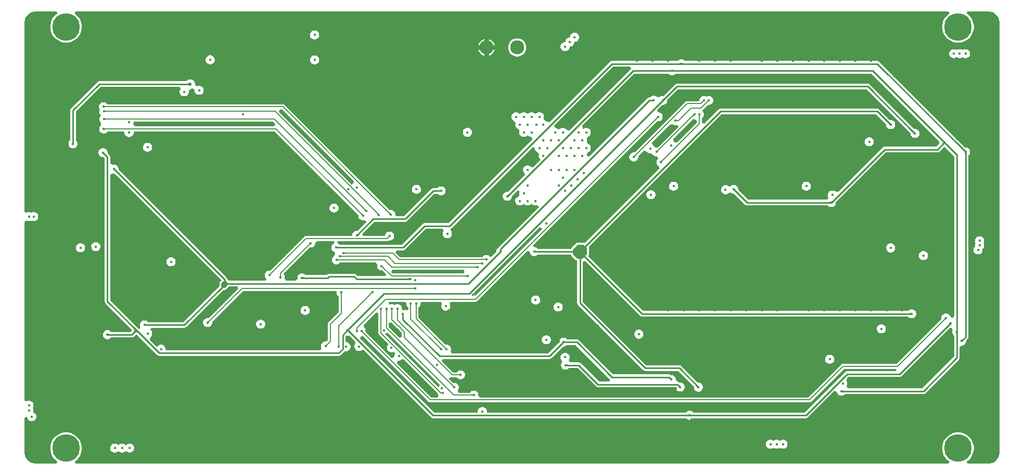
<source format=gbl>
G04*
G04 #@! TF.GenerationSoftware,Altium Limited,Altium Designer,20.1.11 (218)*
G04*
G04 Layer_Physical_Order=4*
G04 Layer_Color=16711680*
%FSLAX25Y25*%
%MOIN*%
G70*
G04*
G04 #@! TF.SameCoordinates,85017169-990B-49AA-8BCE-B11CB2BCBAEE*
G04*
G04*
G04 #@! TF.FilePolarity,Positive*
G04*
G01*
G75*
%ADD15C,0.01000*%
%ADD17C,0.00600*%
%ADD82C,0.09055*%
%ADD83C,0.17717*%
%ADD84C,0.01772*%
%ADD85C,0.02100*%
%ADD86C,0.00787*%
G36*
X622145Y292421D02*
X623501Y291859D01*
X624721Y291043D01*
X625759Y290006D01*
X626574Y288785D01*
X627136Y287429D01*
X627422Y285990D01*
Y285256D01*
Y9980D01*
Y9246D01*
X627136Y7807D01*
X626574Y6451D01*
X625759Y5231D01*
X624721Y4193D01*
X623501Y3377D01*
X622145Y2816D01*
X620705Y2529D01*
X606748D01*
X606293Y4029D01*
X607188Y4627D01*
X608596Y6035D01*
X609702Y7691D01*
X610464Y9530D01*
X610852Y11483D01*
Y13474D01*
X610464Y15427D01*
X609702Y17267D01*
X608596Y18922D01*
X607188Y20330D01*
X605532Y21437D01*
X603693Y22199D01*
X601740Y22587D01*
X599749D01*
X597796Y22199D01*
X595956Y21437D01*
X594300Y20330D01*
X592893Y18922D01*
X591786Y17267D01*
X591024Y15427D01*
X590636Y13474D01*
Y11483D01*
X591024Y9530D01*
X591786Y7691D01*
X592893Y6035D01*
X594300Y4627D01*
X595195Y4029D01*
X594740Y2529D01*
X35279D01*
X34824Y4029D01*
X35719Y4627D01*
X37127Y6035D01*
X38233Y7691D01*
X38995Y9530D01*
X39384Y11483D01*
Y13474D01*
X38995Y15427D01*
X38233Y17267D01*
X37127Y18922D01*
X35719Y20330D01*
X34064Y21437D01*
X32224Y22199D01*
X30271Y22587D01*
X28280D01*
X26327Y22199D01*
X24487Y21437D01*
X22832Y20330D01*
X21424Y18922D01*
X20318Y17267D01*
X19556Y15427D01*
X19167Y13474D01*
Y11483D01*
X19556Y9530D01*
X20318Y7691D01*
X21424Y6035D01*
X22832Y4627D01*
X23727Y4029D01*
X23272Y2529D01*
X9316D01*
X7877Y2816D01*
X6521Y3377D01*
X5300Y4193D01*
X4262Y5231D01*
X3447Y6451D01*
X2885Y7807D01*
X2599Y9246D01*
X2599Y9980D01*
Y31955D01*
X4099Y32666D01*
X4356Y32456D01*
Y32369D01*
X4553Y31633D01*
X4935Y30973D01*
X5473Y30435D01*
X6133Y30053D01*
X6869Y29856D01*
X7631D01*
X8367Y30053D01*
X9027Y30435D01*
X9566Y30973D01*
X9946Y31633D01*
X10144Y32369D01*
Y33131D01*
X9946Y33867D01*
X9566Y34527D01*
X9027Y35065D01*
X8367Y35447D01*
X8224Y35485D01*
X8394Y36119D01*
Y36881D01*
X8196Y37617D01*
X7831Y38250D01*
X8196Y38883D01*
X8394Y39619D01*
Y40381D01*
X8196Y41117D01*
X7816Y41777D01*
X7277Y42316D01*
X6617Y42696D01*
X5881Y42894D01*
X5119D01*
X4383Y42696D01*
X4099Y42533D01*
X2978Y42977D01*
X2599Y43313D01*
Y157687D01*
X2978Y158023D01*
X4099Y158468D01*
X4383Y158303D01*
X5119Y158106D01*
X5881D01*
X6617Y158303D01*
X7000Y158525D01*
X7383Y158303D01*
X8119Y158106D01*
X8881D01*
X9617Y158303D01*
X10277Y158685D01*
X10815Y159223D01*
X11197Y159883D01*
X11394Y160619D01*
Y161381D01*
X11197Y162117D01*
X10815Y162777D01*
X10277Y163315D01*
X9617Y163697D01*
X8881Y163894D01*
X8119D01*
X7383Y163697D01*
X7000Y163475D01*
X6617Y163697D01*
X5881Y163894D01*
X5119D01*
X4383Y163697D01*
X4099Y163532D01*
X2978Y163977D01*
X2599Y164313D01*
Y285256D01*
Y285990D01*
X2885Y287429D01*
X3447Y288785D01*
X4262Y290006D01*
X5300Y291043D01*
X6521Y291859D01*
X7877Y292421D01*
X9316Y292707D01*
X23276D01*
X23731Y291207D01*
X22832Y290606D01*
X21424Y289198D01*
X20318Y287542D01*
X19556Y285703D01*
X19167Y283750D01*
Y281759D01*
X19556Y279806D01*
X20318Y277966D01*
X21424Y276311D01*
X22832Y274903D01*
X24487Y273797D01*
X26327Y273035D01*
X28280Y272646D01*
X30271D01*
X32224Y273035D01*
X34064Y273797D01*
X35719Y274903D01*
X37127Y276311D01*
X38233Y277966D01*
X38995Y279806D01*
X39384Y281759D01*
Y283750D01*
X38995Y285703D01*
X38233Y287542D01*
X37127Y289198D01*
X35719Y290606D01*
X34820Y291207D01*
X35275Y292707D01*
X594745D01*
X595200Y291207D01*
X594300Y290606D01*
X592893Y289198D01*
X591786Y287542D01*
X591024Y285703D01*
X590636Y283750D01*
Y281759D01*
X591024Y279806D01*
X591786Y277966D01*
X592893Y276311D01*
X594300Y274903D01*
X595956Y273797D01*
X597796Y273035D01*
X599749Y272646D01*
X601740D01*
X603693Y273035D01*
X605532Y273797D01*
X607188Y274903D01*
X608596Y276311D01*
X609702Y277966D01*
X610464Y279806D01*
X610852Y281759D01*
Y283750D01*
X610464Y285703D01*
X609702Y287542D01*
X608596Y289198D01*
X607188Y290606D01*
X606288Y291207D01*
X606743Y292707D01*
X620705D01*
X622145Y292421D01*
D02*
G37*
%LPC*%
G36*
X188881Y280394D02*
X188119D01*
X187383Y280196D01*
X186723Y279816D01*
X186185Y279277D01*
X185803Y278617D01*
X185606Y277881D01*
Y277119D01*
X185803Y276383D01*
X186185Y275723D01*
X186723Y275184D01*
X187383Y274803D01*
X188119Y274606D01*
X188881D01*
X189617Y274803D01*
X190277Y275184D01*
X190815Y275723D01*
X191197Y276383D01*
X191394Y277119D01*
Y277881D01*
X191197Y278617D01*
X190815Y279277D01*
X190277Y279816D01*
X189617Y280196D01*
X188881Y280394D01*
D02*
G37*
G36*
X300157Y274821D02*
Y271000D01*
X303978D01*
X303808Y271634D01*
X303081Y272894D01*
X302051Y273923D01*
X300791Y274651D01*
X300157Y274821D01*
D02*
G37*
G36*
X297158D02*
X296524Y274651D01*
X295264Y273923D01*
X294234Y272894D01*
X293507Y271634D01*
X293337Y271000D01*
X297158D01*
Y274821D01*
D02*
G37*
G36*
X605881Y268394D02*
X605119D01*
X604383Y268197D01*
X603723Y267815D01*
X603625Y267717D01*
X603527Y267815D01*
X602867Y268197D01*
X602131Y268394D01*
X601369D01*
X600633Y268197D01*
X599973Y267815D01*
X599875Y267717D01*
X599777Y267815D01*
X599117Y268197D01*
X598381Y268394D01*
X597619D01*
X596883Y268197D01*
X596223Y267815D01*
X595684Y267277D01*
X595303Y266617D01*
X595106Y265881D01*
Y265119D01*
X595303Y264383D01*
X595684Y263723D01*
X596223Y263184D01*
X596883Y262804D01*
X597619Y262606D01*
X598381D01*
X599117Y262804D01*
X599777Y263184D01*
X599875Y263283D01*
X599973Y263184D01*
X600633Y262804D01*
X601369Y262606D01*
X602131D01*
X602867Y262804D01*
X603527Y263184D01*
X603625Y263283D01*
X603723Y263184D01*
X604383Y262804D01*
X605119Y262606D01*
X605881D01*
X606617Y262804D01*
X607277Y263184D01*
X607816Y263723D01*
X608196Y264383D01*
X608394Y265119D01*
Y265881D01*
X608196Y266617D01*
X607816Y267277D01*
X607277Y267815D01*
X606617Y268197D01*
X605881Y268394D01*
D02*
G37*
G36*
X355481Y278994D02*
X354719D01*
X353983Y278797D01*
X353323Y278415D01*
X352784Y277877D01*
X352403Y277217D01*
X352206Y276481D01*
Y275944D01*
X351669D01*
X350933Y275746D01*
X350273Y275365D01*
X349734Y274827D01*
X349354Y274167D01*
X349156Y273431D01*
Y272894D01*
X348619D01*
X347883Y272696D01*
X347223Y272316D01*
X346685Y271777D01*
X346304Y271117D01*
X346106Y270381D01*
Y269619D01*
X346304Y268883D01*
X346685Y268223D01*
X347223Y267685D01*
X347883Y267303D01*
X348619Y267106D01*
X349381D01*
X350117Y267303D01*
X350777Y267685D01*
X351315Y268223D01*
X351696Y268883D01*
X351894Y269619D01*
Y270156D01*
X352431D01*
X353167Y270354D01*
X353827Y270735D01*
X354365Y271273D01*
X354747Y271933D01*
X354944Y272669D01*
Y273206D01*
X355481D01*
X356217Y273404D01*
X356877Y273784D01*
X357416Y274323D01*
X357797Y274983D01*
X357994Y275719D01*
Y276481D01*
X357797Y277217D01*
X357416Y277877D01*
X356877Y278415D01*
X356217Y278797D01*
X355481Y278994D01*
D02*
G37*
G36*
X303978Y268000D02*
X300157D01*
Y264179D01*
X300791Y264349D01*
X302051Y265077D01*
X303081Y266106D01*
X303808Y267366D01*
X303978Y268000D01*
D02*
G37*
G36*
X297158D02*
X293337D01*
X293507Y267366D01*
X294234Y266106D01*
X295264Y265077D01*
X296524Y264349D01*
X297158Y264179D01*
Y268000D01*
D02*
G37*
G36*
X319103Y275278D02*
X317582D01*
X316112Y274884D01*
X314795Y274123D01*
X313719Y273047D01*
X312959Y271730D01*
X312565Y270261D01*
Y268739D01*
X312959Y267270D01*
X313719Y265952D01*
X314795Y264877D01*
X316112Y264116D01*
X317582Y263722D01*
X319103D01*
X320573Y264116D01*
X321890Y264877D01*
X322966Y265952D01*
X323726Y267270D01*
X324120Y268739D01*
Y270261D01*
X323726Y271730D01*
X322966Y273047D01*
X321890Y274123D01*
X320573Y274884D01*
X319103Y275278D01*
D02*
G37*
G36*
X122038Y264441D02*
X121276D01*
X120540Y264244D01*
X119880Y263863D01*
X119341Y263324D01*
X118960Y262664D01*
X118763Y261928D01*
Y261166D01*
X118960Y260430D01*
X119341Y259770D01*
X119880Y259232D01*
X120540Y258851D01*
X121276Y258653D01*
X122038D01*
X122774Y258851D01*
X123434Y259232D01*
X123972Y259770D01*
X124353Y260430D01*
X124551Y261166D01*
Y261928D01*
X124353Y262664D01*
X123972Y263324D01*
X123434Y263863D01*
X122774Y264244D01*
X122038Y264441D01*
D02*
G37*
G36*
X188899Y264387D02*
X188137D01*
X187401Y264190D01*
X186741Y263809D01*
X186202Y263270D01*
X185821Y262610D01*
X185624Y261874D01*
Y261112D01*
X185821Y260376D01*
X186202Y259716D01*
X186741Y259178D01*
X187401Y258797D01*
X188137Y258599D01*
X188899D01*
X189634Y258797D01*
X190294Y259178D01*
X190833Y259716D01*
X191214Y260376D01*
X191411Y261112D01*
Y261874D01*
X191214Y262610D01*
X190833Y263270D01*
X190294Y263809D01*
X189634Y264190D01*
X188899Y264387D01*
D02*
G37*
G36*
X109159Y249100D02*
X108342D01*
X107554Y248889D01*
X106847Y248481D01*
X106270Y247903D01*
X106201Y247784D01*
X50500D01*
X50500Y247784D01*
X49817Y247649D01*
X49238Y247262D01*
X32484Y230507D01*
X32097Y229928D01*
X31961Y229245D01*
Y209979D01*
X31430Y209448D01*
X31049Y208788D01*
X30852Y208052D01*
Y207290D01*
X31049Y206554D01*
X31430Y205894D01*
X31969Y205356D01*
X32629Y204975D01*
X33364Y204777D01*
X34126D01*
X34862Y204975D01*
X35522Y205356D01*
X36061Y205894D01*
X36442Y206554D01*
X36639Y207290D01*
Y208052D01*
X36442Y208788D01*
X36061Y209448D01*
X35530Y209979D01*
Y228506D01*
X51239Y244216D01*
X102002D01*
X102581Y242994D01*
X102649Y242716D01*
X102304Y242117D01*
X102106Y241381D01*
Y240619D01*
X102304Y239883D01*
X102684Y239223D01*
X103223Y238685D01*
X103883Y238303D01*
X104619Y238106D01*
X105381D01*
X106117Y238303D01*
X106777Y238685D01*
X107316Y239223D01*
X107696Y239883D01*
X107894Y240619D01*
Y241381D01*
X107869Y241474D01*
X107975Y241794D01*
X108719Y242742D01*
X108976Y242900D01*
X109159D01*
X109947Y243111D01*
X110304Y243318D01*
X111368Y242702D01*
X111616Y242418D01*
X111606Y242381D01*
Y241619D01*
X111803Y240883D01*
X112185Y240223D01*
X112723Y239685D01*
X113383Y239303D01*
X114119Y239106D01*
X114881D01*
X115617Y239303D01*
X116277Y239685D01*
X116815Y240223D01*
X117197Y240883D01*
X117394Y241619D01*
Y242381D01*
X117197Y243117D01*
X116815Y243777D01*
X116277Y244316D01*
X115617Y244696D01*
X114881Y244894D01*
X114119D01*
X113383Y244696D01*
X113123Y244547D01*
X111918Y245303D01*
X111809Y245437D01*
X111850Y245592D01*
Y246408D01*
X111639Y247197D01*
X111231Y247903D01*
X110654Y248481D01*
X109947Y248889D01*
X109159Y249100D01*
D02*
G37*
G36*
X423881Y261894D02*
X423119D01*
X422383Y261697D01*
X421723Y261315D01*
X421192Y260784D01*
X379000D01*
X378317Y260648D01*
X377738Y260262D01*
X339036Y221559D01*
X337316Y221777D01*
X336777Y222316D01*
X336117Y222696D01*
X335356Y223677D01*
X335333Y224394D01*
X335394Y224619D01*
Y225381D01*
X335196Y226117D01*
X334816Y226777D01*
X334277Y227315D01*
X333617Y227696D01*
X332881Y227894D01*
X332119D01*
X331383Y227696D01*
X330723Y227315D01*
X330000Y226886D01*
X329277Y227315D01*
X328617Y227696D01*
X327881Y227894D01*
X327119D01*
X326383Y227696D01*
X325723Y227315D01*
X325000Y226886D01*
X324277Y227315D01*
X323617Y227696D01*
X322881Y227894D01*
X322119D01*
X321383Y227696D01*
X320723Y227315D01*
X320000Y226886D01*
X319277Y227315D01*
X318617Y227696D01*
X317881Y227894D01*
X317119D01*
X316383Y227696D01*
X315723Y227315D01*
X315184Y226777D01*
X314804Y226117D01*
X314606Y225381D01*
Y224619D01*
X314804Y223883D01*
X315184Y223223D01*
X315723Y222685D01*
X316383Y222304D01*
X317144Y221323D01*
X317167Y220606D01*
X317106Y220381D01*
Y219619D01*
X317303Y218883D01*
X317685Y218223D01*
X318223Y217685D01*
X318883Y217303D01*
X319644Y216323D01*
X319667Y215606D01*
X319606Y215381D01*
Y214619D01*
X319804Y213883D01*
X320184Y213223D01*
X320723Y212684D01*
X321383Y212303D01*
X322119Y212106D01*
X322881D01*
X323617Y212303D01*
X324277Y212684D01*
X325000Y213114D01*
X325723Y212684D01*
X326383Y212303D01*
X327119Y212106D01*
X327462D01*
X328090Y210989D01*
X328150Y210673D01*
X274261Y156784D01*
X259000D01*
X258317Y156649D01*
X257738Y156262D01*
X244415Y142939D01*
X204473D01*
X203942Y143470D01*
X203282Y143851D01*
X203021Y143921D01*
X203218Y145421D01*
X235001D01*
X235606Y145541D01*
X235822Y145686D01*
X236119Y145606D01*
X236881D01*
X237617Y145803D01*
X238277Y146185D01*
X238815Y146723D01*
X239196Y147383D01*
X239394Y148119D01*
Y148881D01*
X239196Y149617D01*
X238815Y150277D01*
X238277Y150815D01*
X237617Y151197D01*
X236881Y151394D01*
X236119D01*
X235383Y151197D01*
X234723Y150815D01*
X234185Y150277D01*
X233804Y149617D01*
X233606Y148881D01*
Y148582D01*
X219726D01*
X219105Y150082D01*
X226739Y157716D01*
X246500D01*
X247183Y157852D01*
X247762Y158238D01*
X265239Y175716D01*
X267192D01*
X267723Y175185D01*
X268383Y174803D01*
X269119Y174606D01*
X269881D01*
X270617Y174803D01*
X271277Y175185D01*
X271815Y175723D01*
X272197Y176383D01*
X272394Y177119D01*
Y177881D01*
X272197Y178617D01*
X271815Y179277D01*
X271277Y179815D01*
X270617Y180196D01*
X269881Y180394D01*
X269119D01*
X268383Y180196D01*
X267723Y179815D01*
X267192Y179284D01*
X264500D01*
X263817Y179148D01*
X263238Y178762D01*
X263238Y178762D01*
X245761Y161284D01*
X240761D01*
X240239Y161964D01*
Y162726D01*
X240042Y163462D01*
X239661Y164122D01*
X239122Y164661D01*
X238462Y165042D01*
X237726Y165239D01*
X236964D01*
X236745Y165180D01*
X169297Y232629D01*
X168784Y232971D01*
X168179Y233092D01*
X55708D01*
X55595Y233288D01*
X55056Y233827D01*
X54396Y234208D01*
X53661Y234405D01*
X52899D01*
X52163Y234208D01*
X51503Y233827D01*
X50964Y233288D01*
X50583Y232628D01*
X50386Y231892D01*
Y231130D01*
X50583Y230394D01*
X50918Y229815D01*
X50804Y229617D01*
X50606Y228881D01*
Y228119D01*
X50804Y227383D01*
X51184Y226723D01*
X51626Y226003D01*
X51015Y224861D01*
X50848Y224572D01*
X50651Y223836D01*
Y223075D01*
X50848Y222339D01*
X51229Y221679D01*
X51691Y221216D01*
X51751Y220950D01*
X51623Y219515D01*
X51085Y218977D01*
X50704Y218317D01*
X50506Y217581D01*
Y216819D01*
X50704Y216083D01*
X51085Y215423D01*
X51623Y214884D01*
X52283Y214504D01*
X53019Y214306D01*
X53781D01*
X54517Y214504D01*
X55177Y214884D01*
X55716Y215423D01*
X55887Y215720D01*
X66382D01*
X66784Y215195D01*
Y214433D01*
X66981Y213697D01*
X67362Y213037D01*
X67901Y212499D01*
X68561Y212118D01*
X69297Y211920D01*
X70059D01*
X70795Y212118D01*
X71455Y212499D01*
X71993Y213037D01*
X72374Y213697D01*
X72571Y214433D01*
Y215195D01*
X72974Y215720D01*
X163045D01*
X216665Y162100D01*
X216606Y161881D01*
Y161119D01*
X216804Y160383D01*
X217184Y159723D01*
X217723Y159185D01*
X218383Y158803D01*
X219119Y158606D01*
X219881D01*
X220617Y158803D01*
X220716Y158861D01*
X221637Y157660D01*
X215870Y151894D01*
X215119D01*
X214383Y151697D01*
X213723Y151315D01*
X213184Y150777D01*
X212804Y150117D01*
X212606Y149381D01*
Y148619D01*
X212578Y148582D01*
X183001D01*
X182397Y148462D01*
X181884Y148119D01*
X160100Y126335D01*
X159881Y126394D01*
X159119D01*
X158383Y126197D01*
X157723Y125815D01*
X157185Y125277D01*
X156804Y124617D01*
X156606Y123881D01*
Y123119D01*
X156804Y122383D01*
X157185Y121723D01*
X157623Y121284D01*
X157581Y120839D01*
X157148Y119784D01*
X133996D01*
X132784Y120500D01*
X132649Y121183D01*
X132262Y121762D01*
X132262Y121762D01*
X62894Y191130D01*
Y191881D01*
X62696Y192617D01*
X62315Y193277D01*
X61777Y193816D01*
X61117Y194196D01*
X60381Y194394D01*
X59619D01*
X59093Y194253D01*
X58366Y194592D01*
X57593Y195184D01*
Y199192D01*
X57593Y199192D01*
X57457Y199874D01*
X57070Y200453D01*
X55894Y201630D01*
Y202381D01*
X55696Y203117D01*
X55316Y203777D01*
X54777Y204315D01*
X54117Y204696D01*
X53381Y204894D01*
X52619D01*
X51883Y204696D01*
X51223Y204315D01*
X50684Y203777D01*
X50304Y203117D01*
X50106Y202381D01*
Y201619D01*
X50304Y200883D01*
X50684Y200223D01*
X51223Y199685D01*
X51883Y199303D01*
X52619Y199106D01*
X53370D01*
X54024Y198453D01*
Y106564D01*
X54160Y105881D01*
X54547Y105302D01*
X71663Y88186D01*
X70487Y87010D01*
X58116D01*
X57585Y87542D01*
X56925Y87923D01*
X56189Y88120D01*
X55427D01*
X54691Y87923D01*
X54032Y87542D01*
X53493Y87003D01*
X53112Y86343D01*
X52915Y85607D01*
Y84845D01*
X53112Y84109D01*
X53493Y83449D01*
X54032Y82910D01*
X54691Y82529D01*
X55427Y82332D01*
X56189D01*
X56925Y82529D01*
X57585Y82910D01*
X58116Y83442D01*
X71226D01*
X71909Y83578D01*
X72488Y83964D01*
X74186Y85663D01*
X87610Y72238D01*
X88189Y71851D01*
X88872Y71716D01*
X88872Y71716D01*
X204000D01*
X204683Y71851D01*
X205262Y72238D01*
X207762Y74738D01*
X207762Y74738D01*
X207800Y74796D01*
X208269Y74671D01*
X209031D01*
X209767Y74868D01*
X210426Y75249D01*
X210965Y75788D01*
X211346Y76447D01*
X211543Y77183D01*
Y77945D01*
X211346Y78681D01*
X210965Y79341D01*
X210426Y79880D01*
X209767Y80261D01*
X209031Y80458D01*
X208284D01*
Y84171D01*
X208868Y84755D01*
X210683D01*
X214259Y81179D01*
X214608Y79507D01*
X214227Y78848D01*
X214029Y78112D01*
Y77350D01*
X214227Y76614D01*
X214608Y75954D01*
X215146Y75415D01*
X215806Y75034D01*
X216542Y74837D01*
X217304D01*
X218040Y75034D01*
X218700Y75415D01*
X219239Y75954D01*
X219456Y75982D01*
X263200Y32238D01*
X263779Y31852D01*
X264461Y31716D01*
X426511D01*
X426976Y31251D01*
X427636Y30870D01*
X428372Y30672D01*
X429134D01*
X429870Y30870D01*
X430530Y31251D01*
X430995Y31716D01*
X503200D01*
X503883Y31852D01*
X504462Y32238D01*
X521608Y49384D01*
X523106Y48762D01*
Y48619D01*
X523304Y47883D01*
X523685Y47223D01*
X524223Y46685D01*
X524883Y46303D01*
X525619Y46106D01*
X526381D01*
X527117Y46303D01*
X527777Y46685D01*
X528308Y47216D01*
X578500D01*
X579183Y47352D01*
X579762Y47738D01*
X601262Y69238D01*
X601649Y69817D01*
X601784Y70500D01*
Y77038D01*
X602660Y78356D01*
X603422D01*
X604158Y78553D01*
X604818Y78935D01*
X605357Y79473D01*
X605738Y80133D01*
X605935Y80869D01*
Y81620D01*
X606762Y82447D01*
X606762Y82447D01*
X607149Y83026D01*
X607284Y83709D01*
X607284Y83709D01*
Y200192D01*
X607816Y200723D01*
X608196Y201383D01*
X608394Y202119D01*
Y202881D01*
X608196Y203617D01*
X607816Y204277D01*
X607277Y204816D01*
X606617Y205196D01*
X605881Y205394D01*
X605130D01*
X550262Y260262D01*
X549683Y260648D01*
X549000Y260784D01*
X425808D01*
X425277Y261315D01*
X424617Y261697D01*
X423881Y261894D01*
D02*
G37*
G36*
X286781Y217994D02*
X286019D01*
X285283Y217796D01*
X284623Y217415D01*
X284085Y216877D01*
X283703Y216217D01*
X283506Y215481D01*
Y214719D01*
X283703Y213983D01*
X284085Y213323D01*
X284623Y212785D01*
X285283Y212403D01*
X286019Y212206D01*
X286781D01*
X287517Y212403D01*
X288177Y212785D01*
X288716Y213323D01*
X289096Y213983D01*
X289294Y214719D01*
Y215481D01*
X289096Y216217D01*
X288716Y216877D01*
X288177Y217415D01*
X287517Y217796D01*
X286781Y217994D01*
D02*
G37*
G36*
X81881Y208394D02*
X81119D01*
X80383Y208196D01*
X79723Y207816D01*
X79185Y207277D01*
X78803Y206617D01*
X78606Y205881D01*
Y205119D01*
X78803Y204383D01*
X79185Y203723D01*
X79723Y203185D01*
X80383Y202803D01*
X81119Y202606D01*
X81881D01*
X82617Y202803D01*
X83277Y203185D01*
X83815Y203723D01*
X84197Y204383D01*
X84394Y205119D01*
Y205881D01*
X84197Y206617D01*
X83815Y207277D01*
X83277Y207816D01*
X82617Y208196D01*
X81881Y208394D01*
D02*
G37*
G36*
X254170Y181416D02*
X253408D01*
X252672Y181219D01*
X252012Y180838D01*
X251474Y180299D01*
X251093Y179639D01*
X250896Y178903D01*
Y178142D01*
X251093Y177406D01*
X251474Y176746D01*
X252012Y176207D01*
X252672Y175826D01*
X253408Y175629D01*
X254170D01*
X254906Y175826D01*
X255566Y176207D01*
X256105Y176746D01*
X256486Y177406D01*
X256683Y178142D01*
Y178903D01*
X256486Y179639D01*
X256105Y180299D01*
X255566Y180838D01*
X254906Y181219D01*
X254170Y181416D01*
D02*
G37*
G36*
X201381Y169394D02*
X200619D01*
X199883Y169196D01*
X199223Y168816D01*
X198685Y168277D01*
X198303Y167617D01*
X198106Y166881D01*
Y166119D01*
X198303Y165383D01*
X198685Y164723D01*
X199223Y164184D01*
X199883Y163804D01*
X200619Y163606D01*
X201381D01*
X202117Y163804D01*
X202777Y164184D01*
X203315Y164723D01*
X203696Y165383D01*
X203894Y166119D01*
Y166881D01*
X203696Y167617D01*
X203315Y168277D01*
X202777Y168816D01*
X202117Y169196D01*
X201381Y169394D01*
D02*
G37*
G36*
X48733Y144637D02*
X47971D01*
X47235Y144440D01*
X46576Y144059D01*
X46037Y143520D01*
X45656Y142860D01*
X45459Y142124D01*
Y141362D01*
X45656Y140626D01*
X46037Y139966D01*
X46576Y139428D01*
X47235Y139047D01*
X47971Y138849D01*
X48733D01*
X49469Y139047D01*
X50129Y139428D01*
X50668Y139966D01*
X51049Y140626D01*
X51246Y141362D01*
Y142124D01*
X51049Y142860D01*
X50668Y143520D01*
X50129Y144059D01*
X49469Y144440D01*
X48733Y144637D01*
D02*
G37*
G36*
X38881Y143894D02*
X38119D01*
X37383Y143696D01*
X36723Y143315D01*
X36184Y142777D01*
X35803Y142117D01*
X35606Y141381D01*
Y140619D01*
X35803Y139883D01*
X36184Y139223D01*
X36723Y138684D01*
X37383Y138303D01*
X38119Y138106D01*
X38881D01*
X39617Y138303D01*
X40277Y138684D01*
X40815Y139223D01*
X41197Y139883D01*
X41394Y140619D01*
Y141381D01*
X41197Y142117D01*
X40815Y142777D01*
X40277Y143315D01*
X39617Y143696D01*
X38881Y143894D01*
D02*
G37*
G36*
X614881Y148394D02*
X614119D01*
X613383Y148196D01*
X612723Y147816D01*
X612184Y147277D01*
X611803Y146617D01*
X611606Y145881D01*
Y145119D01*
X611803Y144383D01*
X612025Y144000D01*
X611803Y143617D01*
X611606Y142881D01*
Y142119D01*
X611642Y141985D01*
X611185Y141527D01*
X610804Y140867D01*
X610606Y140131D01*
Y139369D01*
X610804Y138633D01*
X611185Y137973D01*
X611723Y137434D01*
X612383Y137054D01*
X613119Y136856D01*
X613881D01*
X614617Y137054D01*
X615277Y137434D01*
X615815Y137973D01*
X616196Y138633D01*
X616394Y139369D01*
Y140131D01*
X616358Y140265D01*
X616816Y140723D01*
X617197Y141383D01*
X617394Y142119D01*
Y142881D01*
X617197Y143617D01*
X616975Y144000D01*
X617197Y144383D01*
X617394Y145119D01*
Y145881D01*
X617197Y146617D01*
X616816Y147277D01*
X616277Y147816D01*
X615617Y148196D01*
X614881Y148394D01*
D02*
G37*
G36*
X488881Y17894D02*
X488119D01*
X487383Y17696D01*
X486723Y17315D01*
X486500Y17092D01*
X486277Y17315D01*
X485617Y17696D01*
X484881Y17894D01*
X484119D01*
X483383Y17696D01*
X482723Y17315D01*
X482500Y17092D01*
X482277Y17315D01*
X481617Y17696D01*
X480881Y17894D01*
X480119D01*
X479383Y17696D01*
X478723Y17315D01*
X478185Y16777D01*
X477804Y16117D01*
X477606Y15381D01*
Y14619D01*
X477804Y13883D01*
X478185Y13223D01*
X478723Y12685D01*
X479383Y12303D01*
X480119Y12106D01*
X480881D01*
X481617Y12303D01*
X482277Y12685D01*
X482500Y12908D01*
X482723Y12685D01*
X483383Y12303D01*
X484119Y12106D01*
X484881D01*
X485617Y12303D01*
X486277Y12685D01*
X486500Y12908D01*
X486723Y12685D01*
X487383Y12303D01*
X488119Y12106D01*
X488881D01*
X489617Y12303D01*
X490277Y12685D01*
X490815Y13223D01*
X491196Y13883D01*
X491394Y14619D01*
Y15381D01*
X491196Y16117D01*
X490815Y16777D01*
X490277Y17315D01*
X489617Y17696D01*
X488881Y17894D01*
D02*
G37*
G36*
X70381Y15394D02*
X69619D01*
X68883Y15197D01*
X68223Y14816D01*
X67625Y14325D01*
X67027Y14816D01*
X66367Y15197D01*
X65631Y15394D01*
X64869D01*
X64133Y15197D01*
X63473Y14816D01*
X62875Y14325D01*
X62277Y14816D01*
X61617Y15197D01*
X60881Y15394D01*
X60119D01*
X59383Y15197D01*
X58723Y14816D01*
X58184Y14277D01*
X57803Y13617D01*
X57606Y12881D01*
Y12119D01*
X57803Y11383D01*
X58184Y10723D01*
X58723Y10185D01*
X59383Y9804D01*
X60119Y9606D01*
X60881D01*
X61617Y9804D01*
X62277Y10185D01*
X62875Y10674D01*
X63473Y10184D01*
X64133Y9804D01*
X64869Y9606D01*
X65631D01*
X66367Y9804D01*
X67027Y10185D01*
X67625Y10674D01*
X68223Y10184D01*
X68883Y9804D01*
X69619Y9606D01*
X70381D01*
X71117Y9804D01*
X71777Y10185D01*
X72316Y10723D01*
X72697Y11383D01*
X72894Y12119D01*
Y12881D01*
X72697Y13617D01*
X72316Y14277D01*
X71777Y14816D01*
X71117Y15197D01*
X70381Y15394D01*
D02*
G37*
%LPD*%
G36*
X108001Y245265D02*
X107951Y245310D01*
X107895Y245350D01*
X107832Y245385D01*
X107761Y245415D01*
X107685Y245441D01*
X107601Y245462D01*
X107510Y245479D01*
X107413Y245491D01*
X107308Y245498D01*
X107197Y245500D01*
Y246500D01*
X107308Y246502D01*
X107510Y246521D01*
X107601Y246538D01*
X107685Y246559D01*
X107761Y246585D01*
X107832Y246615D01*
X107895Y246650D01*
X107951Y246690D01*
X108001Y246735D01*
Y245265D01*
D02*
G37*
G36*
X34247Y208835D02*
X34265Y208587D01*
X34275Y208520D01*
X34289Y208461D01*
X34304Y208410D01*
X34322Y208366D01*
X34343Y208331D01*
X34366Y208304D01*
X33125D01*
X33148Y208331D01*
X33169Y208366D01*
X33187Y208410D01*
X33202Y208461D01*
X33215Y208520D01*
X33226Y208587D01*
X33241Y208745D01*
X33246Y208934D01*
X34245D01*
X34247Y208835D01*
D02*
G37*
G36*
X424160Y259597D02*
X424195Y259577D01*
X424239Y259559D01*
X424290Y259543D01*
X424349Y259530D01*
X424416Y259519D01*
X424574Y259505D01*
X424763Y259500D01*
Y258500D01*
X424664Y258499D01*
X424416Y258481D01*
X424349Y258470D01*
X424290Y258457D01*
X424239Y258441D01*
X424195Y258423D01*
X424160Y258403D01*
X424133Y258380D01*
Y259620D01*
X424160Y259597D01*
D02*
G37*
G36*
X422867Y258380D02*
X422840Y258403D01*
X422804Y258423D01*
X422761Y258441D01*
X422710Y258457D01*
X422651Y258470D01*
X422584Y258481D01*
X422427Y258495D01*
X422237Y258500D01*
Y259500D01*
X422336Y259501D01*
X422584Y259519D01*
X422651Y259530D01*
X422710Y259543D01*
X422761Y259559D01*
X422804Y259577D01*
X422840Y259597D01*
X422867Y259620D01*
Y258380D01*
D02*
G37*
G36*
X418160Y255097D02*
X418195Y255077D01*
X418239Y255059D01*
X418290Y255043D01*
X418349Y255030D01*
X418416Y255019D01*
X418574Y255005D01*
X418763Y255000D01*
Y254000D01*
X418664Y253999D01*
X418416Y253981D01*
X418349Y253970D01*
X418290Y253957D01*
X418239Y253941D01*
X418195Y253923D01*
X418160Y253903D01*
X418133Y253880D01*
Y255120D01*
X418160Y255097D01*
D02*
G37*
G36*
X416867Y253880D02*
X416840Y253903D01*
X416805Y253923D01*
X416761Y253941D01*
X416710Y253957D01*
X416651Y253970D01*
X416584Y253981D01*
X416427Y253995D01*
X416237Y254000D01*
Y255000D01*
X416336Y255001D01*
X416584Y255019D01*
X416651Y255030D01*
X416710Y255043D01*
X416761Y255059D01*
X416805Y255077D01*
X416840Y255097D01*
X416867Y255120D01*
Y253880D01*
D02*
G37*
G36*
X588569Y209407D02*
Y207593D01*
X586761Y205784D01*
X553500D01*
X552817Y205648D01*
X552238Y205262D01*
X523996Y177019D01*
X523632Y176929D01*
X521990Y177135D01*
X521942Y177182D01*
X521282Y177563D01*
X520546Y177760D01*
X519784D01*
X519048Y177563D01*
X518389Y177182D01*
X517850Y176644D01*
X517469Y175984D01*
X517272Y175248D01*
Y174486D01*
X517469Y173750D01*
X517592Y173053D01*
X516597Y171784D01*
X466239D01*
X459894Y178130D01*
Y178881D01*
X459696Y179617D01*
X459315Y180277D01*
X458777Y180815D01*
X458117Y181196D01*
X457381Y181394D01*
X456619D01*
X455883Y181196D01*
X455223Y180816D01*
X454500Y180333D01*
X453577Y180615D01*
X452917Y180997D01*
X452181Y181194D01*
X451419D01*
X450683Y180997D01*
X450023Y180615D01*
X449484Y180077D01*
X449103Y179417D01*
X448906Y178681D01*
Y177919D01*
X449103Y177183D01*
X449484Y176523D01*
X450023Y175985D01*
X450683Y175603D01*
X451419Y175406D01*
X452181D01*
X452917Y175603D01*
X453577Y175984D01*
X454300Y176467D01*
X455223Y176184D01*
X455883Y175803D01*
X456619Y175606D01*
X457370D01*
X464238Y168738D01*
X464238Y168738D01*
X464817Y168351D01*
X465500Y168216D01*
X465500Y168216D01*
X517192D01*
X517723Y167684D01*
X518383Y167304D01*
X519119Y167106D01*
X519881D01*
X520617Y167304D01*
X521277Y167684D01*
X521815Y168223D01*
X522196Y168883D01*
X522394Y169619D01*
Y170370D01*
X554239Y202216D01*
X587500D01*
X588183Y202351D01*
X588762Y202738D01*
X591630Y205606D01*
X592370D01*
X598216Y199761D01*
Y97055D01*
X596920Y96078D01*
X596719Y96137D01*
X595818Y96663D01*
X595696Y97117D01*
X595316Y97777D01*
X594777Y98316D01*
X594117Y98697D01*
X593381Y98894D01*
X592619D01*
X591883Y98697D01*
X591223Y98316D01*
X590685Y97777D01*
X590304Y97117D01*
X590106Y96381D01*
Y95619D01*
X590165Y95400D01*
X561345Y66580D01*
X527000D01*
X526395Y66460D01*
X525882Y66118D01*
X504845Y45080D01*
X294668D01*
X293394Y46119D01*
Y46881D01*
X293197Y47617D01*
X292815Y48277D01*
X292277Y48816D01*
X291617Y49196D01*
X290881Y49394D01*
X290119D01*
X289383Y49196D01*
X288723Y48816D01*
X288184Y48277D01*
X288071Y48080D01*
X280692D01*
X280149Y49580D01*
X280304Y49735D01*
X280685Y50395D01*
X280882Y51131D01*
Y51893D01*
X280685Y52629D01*
X280304Y53289D01*
X279765Y53828D01*
X279105Y54208D01*
X278369Y54406D01*
X277607D01*
X277388Y54347D01*
X274701Y57034D01*
X275658Y58199D01*
X275895Y58040D01*
X276500Y57920D01*
X279571D01*
X279684Y57723D01*
X280223Y57184D01*
X280883Y56804D01*
X281619Y56606D01*
X282381D01*
X283117Y56804D01*
X283777Y57184D01*
X284315Y57723D01*
X284697Y58383D01*
X284894Y59119D01*
Y59881D01*
X284697Y60617D01*
X284315Y61277D01*
X283777Y61816D01*
X283117Y62196D01*
X282381Y62394D01*
X281619D01*
X280883Y62196D01*
X280223Y61816D01*
X279684Y61277D01*
X279571Y61080D01*
X277155D01*
X269905Y68330D01*
X270479Y69716D01*
X339000D01*
X339683Y69851D01*
X340262Y70238D01*
X347630Y77606D01*
X348381D01*
X349117Y77803D01*
X349777Y78184D01*
X350308Y78716D01*
X355761D01*
X377738Y56738D01*
X377738Y56738D01*
X377819Y56684D01*
X377364Y55184D01*
X370839D01*
X359007Y67017D01*
X358428Y67404D01*
X357745Y67539D01*
X351990D01*
X351313Y68776D01*
X351601Y69467D01*
X351716Y69666D01*
X351913Y70402D01*
Y71163D01*
X351716Y71899D01*
X351335Y72559D01*
X350796Y73098D01*
X350136Y73479D01*
X349400Y73676D01*
X348638D01*
X347902Y73479D01*
X347242Y73098D01*
X346704Y72559D01*
X346323Y71899D01*
X346126Y71163D01*
Y70402D01*
X346323Y69666D01*
X346704Y69006D01*
X347209Y68386D01*
X346661Y67071D01*
X346546Y66872D01*
X346349Y66136D01*
Y65374D01*
X346546Y64638D01*
X346927Y63978D01*
X347465Y63440D01*
X348125Y63059D01*
X348861Y62861D01*
X349623D01*
X350359Y63059D01*
X351019Y63440D01*
X351550Y63971D01*
X357006D01*
X368838Y52138D01*
X368838Y52138D01*
X369417Y51752D01*
X370100Y51616D01*
X370100Y51616D01*
X419883D01*
Y51343D01*
X420080Y50607D01*
X420461Y49947D01*
X421000Y49408D01*
X421660Y49027D01*
X422396Y48830D01*
X423157D01*
X423893Y49027D01*
X424553Y49408D01*
X425092Y49947D01*
X425473Y50607D01*
X425670Y51343D01*
Y52105D01*
X425473Y52841D01*
X425092Y53500D01*
X424553Y54039D01*
X423893Y54420D01*
X423157Y54617D01*
X422406D01*
X422362Y54662D01*
X421783Y55049D01*
X421191Y55166D01*
X421056Y55218D01*
X419894Y56119D01*
Y56881D01*
X419697Y57617D01*
X419315Y58277D01*
X418777Y58815D01*
X418117Y59197D01*
X417381Y59394D01*
X416619D01*
X416580Y59383D01*
X416183Y59649D01*
X415500Y59784D01*
X379739D01*
X357762Y81762D01*
X357183Y82148D01*
X356500Y82284D01*
X350308D01*
X349777Y82815D01*
X349117Y83197D01*
X348381Y83394D01*
X347619D01*
X346883Y83197D01*
X346223Y82815D01*
X345685Y82277D01*
X345304Y81617D01*
X345106Y80881D01*
Y80130D01*
X338261Y73284D01*
X276427D01*
X276328Y73368D01*
X275640Y74784D01*
X275696Y74883D01*
X275894Y75619D01*
Y76381D01*
X275696Y77117D01*
X275315Y77777D01*
X274777Y78316D01*
X274117Y78697D01*
X273381Y78894D01*
X272619D01*
X272400Y78835D01*
X255080Y96155D01*
Y102885D01*
X255277Y102999D01*
X255816Y103537D01*
X256196Y104197D01*
X256394Y104933D01*
Y105695D01*
X256950Y106420D01*
X269193D01*
X269486Y106123D01*
X269998Y104920D01*
X269867Y104694D01*
X269670Y103958D01*
Y103196D01*
X269867Y102460D01*
X270249Y101801D01*
X270787Y101262D01*
X271447Y100881D01*
X272183Y100684D01*
X272945D01*
X273681Y100881D01*
X274341Y101262D01*
X274880Y101801D01*
X275260Y102460D01*
X275458Y103196D01*
Y103958D01*
X275260Y104694D01*
X275130Y104920D01*
X275641Y106123D01*
X275935Y106420D01*
X291500D01*
X292105Y106540D01*
X292618Y106883D01*
X324924Y139190D01*
X325474Y139064D01*
X326366Y138509D01*
Y138098D01*
X326563Y137362D01*
X326944Y136702D01*
X327483Y136163D01*
X328142Y135782D01*
X328878Y135585D01*
X329640D01*
X330376Y135782D01*
X331036Y136163D01*
X331575Y136702D01*
X331583Y136716D01*
X352782D01*
X352822Y136512D01*
X353099Y136099D01*
X356099Y133099D01*
X356512Y132823D01*
X356716Y132782D01*
Y105500D01*
X356852Y104817D01*
X357238Y104238D01*
X398938Y62538D01*
X398938Y62538D01*
X399517Y62151D01*
X400200Y62016D01*
X400200Y62016D01*
X421464D01*
X431544Y51935D01*
Y51184D01*
X431742Y50448D01*
X432123Y49788D01*
X432661Y49249D01*
X433321Y48868D01*
X434057Y48671D01*
X434819D01*
X435555Y48868D01*
X436215Y49249D01*
X436754Y49788D01*
X437135Y50448D01*
X437332Y51184D01*
Y51946D01*
X437135Y52682D01*
X436754Y53341D01*
X436215Y53880D01*
X435555Y54261D01*
X434819Y54458D01*
X434068D01*
X423464Y65062D01*
X422886Y65448D01*
X422203Y65584D01*
X400939D01*
X360284Y106239D01*
Y132071D01*
X361784Y132692D01*
X397022Y97455D01*
X397022Y97455D01*
X397601Y97068D01*
X398284Y96932D01*
X568684D01*
X569216Y96401D01*
X569875Y96020D01*
X570611Y95823D01*
X571373D01*
X572109Y96020D01*
X572769Y96401D01*
X573308Y96940D01*
X573689Y97600D01*
X573886Y98335D01*
Y99097D01*
X573689Y99833D01*
X573308Y100493D01*
X572769Y101032D01*
X572109Y101413D01*
X571373Y101610D01*
X570611D01*
X569875Y101413D01*
X569216Y101032D01*
X568684Y100501D01*
X399023D01*
X363663Y135861D01*
X363901Y136099D01*
X364177Y136512D01*
X364275Y137000D01*
X364275Y141000D01*
X364177Y141488D01*
X364111Y141587D01*
X449239Y226716D01*
X548261D01*
X554606Y220370D01*
Y219619D01*
X554804Y218883D01*
X555185Y218223D01*
X555723Y217685D01*
X556383Y217303D01*
X557119Y217106D01*
X557881D01*
X558617Y217303D01*
X559277Y217685D01*
X559816Y218223D01*
X560196Y218883D01*
X560394Y219619D01*
Y220381D01*
X560196Y221117D01*
X559816Y221777D01*
X559277Y222316D01*
X558617Y222696D01*
X557881Y222894D01*
X557130D01*
X550262Y229762D01*
X549683Y230149D01*
X549000Y230284D01*
X448500D01*
X448500Y230284D01*
X447817Y230149D01*
X447238Y229762D01*
X447238Y229762D01*
X438080Y220604D01*
X436580Y221225D01*
Y224071D01*
X436777Y224184D01*
X437316Y224723D01*
X437697Y225383D01*
X437894Y226119D01*
Y226881D01*
X437697Y227617D01*
X437316Y228277D01*
X437138Y229269D01*
X437667Y229932D01*
X440400Y232665D01*
X440619Y232606D01*
X441381D01*
X442117Y232804D01*
X442777Y233185D01*
X443316Y233723D01*
X443696Y234383D01*
X443894Y235119D01*
Y235881D01*
X443696Y236617D01*
X443316Y237277D01*
X442777Y237815D01*
X442117Y238196D01*
X441381Y238394D01*
X440619D01*
X439883Y238196D01*
X439500Y237975D01*
X439117Y238196D01*
X438381Y238394D01*
X437619D01*
X436883Y238196D01*
X436223Y237815D01*
X435684Y237277D01*
X435303Y236617D01*
X435106Y235881D01*
Y235119D01*
X435077Y235080D01*
X427197D01*
X426592Y234960D01*
X426079Y234617D01*
X393600Y202138D01*
X393381Y202197D01*
X392619D01*
X391883Y202000D01*
X391223Y201619D01*
X390685Y201080D01*
X390303Y200420D01*
X390106Y199684D01*
Y198922D01*
X390303Y198186D01*
X390685Y197526D01*
X391223Y196988D01*
X391883Y196607D01*
X392619Y196409D01*
X393381D01*
X394117Y196607D01*
X394777Y196988D01*
X395316Y197526D01*
X395696Y198186D01*
X395894Y198922D01*
Y199684D01*
X395835Y199903D01*
X399264Y203332D01*
X399783Y203349D01*
X401035Y202982D01*
X401185Y202723D01*
X401723Y202185D01*
X402383Y201803D01*
X403119Y201606D01*
X403881D01*
X404804Y201383D01*
X405185Y200723D01*
X405723Y200184D01*
X406383Y199803D01*
X407119Y199606D01*
X407881D01*
X408020Y199644D01*
X408619Y198258D01*
X408080Y197719D01*
X407699Y197059D01*
X407502Y196323D01*
Y195561D01*
X407699Y194825D01*
X408080Y194165D01*
X408619Y193626D01*
X408849Y193494D01*
X409219Y192193D01*
X409192Y191716D01*
X361588Y144111D01*
X361488Y144177D01*
X361000Y144274D01*
X357000Y144274D01*
X356512Y144177D01*
X356099Y143901D01*
X353099Y140901D01*
X352822Y140488D01*
X352782Y140284D01*
X331546D01*
X331036Y140794D01*
X330376Y141175D01*
X329640Y141372D01*
X329228D01*
X328674Y142264D01*
X328549Y142814D01*
X407900Y222165D01*
X408119Y222106D01*
X408881D01*
X409617Y222304D01*
X410277Y222685D01*
X410815Y223223D01*
X411197Y223883D01*
X411394Y224619D01*
Y225381D01*
X411197Y226117D01*
X410815Y226777D01*
X410277Y227315D01*
X409617Y227696D01*
X408881Y227894D01*
X408538D01*
X407910Y229011D01*
X407850Y229327D01*
X411130Y232606D01*
X411881D01*
X412617Y232804D01*
X413277Y233185D01*
X413815Y233723D01*
X414196Y234383D01*
X414394Y235119D01*
Y235870D01*
X421239Y242716D01*
X542283D01*
X570243Y214756D01*
Y214005D01*
X570440Y213269D01*
X570821Y212609D01*
X571360Y212070D01*
X572019Y211689D01*
X572755Y211492D01*
X573517D01*
X574253Y211689D01*
X574913Y212070D01*
X575452Y212609D01*
X575833Y213269D01*
X576030Y214005D01*
Y214767D01*
X575833Y215503D01*
X575452Y216162D01*
X574913Y216701D01*
X574253Y217082D01*
X573517Y217279D01*
X572766D01*
X544284Y245762D01*
X543705Y246148D01*
X543022Y246284D01*
X420500D01*
X419817Y246148D01*
X419238Y245762D01*
X411870Y238394D01*
X411119D01*
X410383Y238196D01*
X409723Y237815D01*
X409642Y237734D01*
X408455Y237535D01*
X407746Y237785D01*
X407524Y238007D01*
X406864Y238388D01*
X406128Y238586D01*
X405366D01*
X404630Y238388D01*
X403971Y238007D01*
X403432Y237469D01*
X403351Y237329D01*
X403044D01*
X403044Y237329D01*
X402361Y237193D01*
X401783Y236806D01*
X401783Y236806D01*
X364479Y199503D01*
X363125Y200070D01*
X362938Y201429D01*
X363617Y202304D01*
X364277Y202684D01*
X364815Y203223D01*
X365196Y203883D01*
X365394Y204619D01*
Y205381D01*
X365196Y206117D01*
X364815Y206777D01*
X364277Y207315D01*
X363617Y207697D01*
X362856Y208677D01*
X362833Y209394D01*
X362894Y209619D01*
Y210381D01*
X362833Y210606D01*
X362856Y211323D01*
X363617Y212303D01*
X364277Y212684D01*
X364815Y213223D01*
X365196Y213883D01*
X365394Y214619D01*
Y215381D01*
X365196Y216117D01*
X364815Y216777D01*
X364277Y217316D01*
X363617Y217696D01*
X362881Y217894D01*
X362119D01*
X361383Y217696D01*
X360791Y217355D01*
X360584Y217414D01*
X360149Y217724D01*
X360057Y219534D01*
X393239Y252716D01*
X415192D01*
X415723Y252185D01*
X416383Y251803D01*
X417119Y251606D01*
X417881D01*
X418617Y251803D01*
X419277Y252185D01*
X419808Y252716D01*
X545261D01*
X588569Y209407D01*
D02*
G37*
G36*
X412746Y236039D02*
X412678Y235969D01*
X412515Y235781D01*
X412475Y235725D01*
X412443Y235674D01*
X412418Y235627D01*
X412400Y235584D01*
X412389Y235544D01*
X412386Y235509D01*
X411509Y236386D01*
X411544Y236389D01*
X411584Y236400D01*
X411627Y236418D01*
X411674Y236443D01*
X411726Y236475D01*
X411781Y236515D01*
X411902Y236616D01*
X412039Y236746D01*
X412746Y236039D01*
D02*
G37*
G36*
X405227Y234975D02*
X405204Y234988D01*
X405172Y235000D01*
X405131Y235010D01*
X405083Y235019D01*
X404960Y235033D01*
X404803Y235041D01*
X404611Y235044D01*
X404403Y236044D01*
X404501Y236046D01*
X404673Y236058D01*
X404747Y236069D01*
X404812Y236083D01*
X404870Y236100D01*
X404920Y236120D01*
X404961Y236143D01*
X404995Y236169D01*
X405020Y236198D01*
X405227Y234975D01*
D02*
G37*
G36*
X437991Y234614D02*
X437903Y234612D01*
X437818Y234604D01*
X437736Y234590D01*
X437657Y234570D01*
X437581Y234544D01*
X437508Y234511D01*
X437438Y234473D01*
X437371Y234429D01*
X437308Y234379D01*
X437247Y234323D01*
X436823Y234747D01*
X436879Y234808D01*
X436929Y234871D01*
X436973Y234938D01*
X437011Y235008D01*
X437044Y235081D01*
X437070Y235157D01*
X437090Y235236D01*
X437104Y235318D01*
X437112Y235403D01*
X437114Y235491D01*
X437991Y234614D01*
D02*
G37*
G36*
X411491D02*
X411456Y234611D01*
X411416Y234600D01*
X411373Y234582D01*
X411326Y234557D01*
X411274Y234525D01*
X411220Y234485D01*
X411098Y234384D01*
X410961Y234254D01*
X410254Y234961D01*
X410322Y235031D01*
X410485Y235220D01*
X410525Y235275D01*
X410557Y235326D01*
X410582Y235373D01*
X410600Y235416D01*
X410611Y235456D01*
X410614Y235491D01*
X411491Y234614D01*
D02*
G37*
G36*
X431814Y225634D02*
X431732Y225648D01*
X431652Y225654D01*
X431574Y225652D01*
X431498Y225642D01*
X431425Y225624D01*
X431354Y225599D01*
X431285Y225565D01*
X431218Y225523D01*
X431153Y225474D01*
X431091Y225417D01*
X430759Y225933D01*
X430814Y225992D01*
X430865Y226054D01*
X430912Y226119D01*
X430955Y226187D01*
X430994Y226259D01*
X431029Y226334D01*
X431060Y226413D01*
X431088Y226495D01*
X431111Y226580D01*
X431130Y226668D01*
X431814Y225634D01*
D02*
G37*
G36*
X408491Y224114D02*
X408403Y224112D01*
X408318Y224104D01*
X408236Y224090D01*
X408157Y224070D01*
X408081Y224044D01*
X408008Y224011D01*
X407938Y223973D01*
X407871Y223929D01*
X407808Y223879D01*
X407747Y223823D01*
X407323Y224247D01*
X407379Y224308D01*
X407429Y224371D01*
X407473Y224438D01*
X407511Y224508D01*
X407544Y224581D01*
X407570Y224657D01*
X407590Y224736D01*
X407604Y224818D01*
X407612Y224903D01*
X407614Y224991D01*
X408491Y224114D01*
D02*
G37*
G36*
X54241Y224015D02*
X54307Y223960D01*
X54375Y223912D01*
X54445Y223871D01*
X54517Y223836D01*
X54591Y223807D01*
X54668Y223784D01*
X54746Y223768D01*
X54827Y223759D01*
X54909Y223756D01*
Y223155D01*
X54827Y223152D01*
X54746Y223143D01*
X54668Y223127D01*
X54591Y223104D01*
X54517Y223076D01*
X54445Y223040D01*
X54375Y222999D01*
X54307Y222951D01*
X54241Y222896D01*
X54177Y222835D01*
Y224076D01*
X54241Y224015D01*
D02*
G37*
G36*
X420196Y223059D02*
X420262Y223005D01*
X420330Y222957D01*
X420400Y222915D01*
X420473Y222880D01*
X420547Y222851D01*
X420623Y222829D01*
X420702Y222813D01*
X420782Y222803D01*
X420865Y222800D01*
Y222200D01*
X420782Y222197D01*
X420702Y222187D01*
X420623Y222171D01*
X420547Y222149D01*
X420473Y222120D01*
X420400Y222085D01*
X420330Y222043D01*
X420262Y221995D01*
X420196Y221941D01*
X420133Y221880D01*
Y223120D01*
X420196Y223059D01*
D02*
G37*
G36*
X557031Y221178D02*
X557220Y221015D01*
X557274Y220975D01*
X557326Y220943D01*
X557373Y220918D01*
X557416Y220900D01*
X557456Y220889D01*
X557491Y220886D01*
X556614Y220009D01*
X556611Y220044D01*
X556600Y220084D01*
X556582Y220127D01*
X556557Y220174D01*
X556525Y220226D01*
X556485Y220281D01*
X556384Y220402D01*
X556254Y220539D01*
X556961Y221246D01*
X557031Y221178D01*
D02*
G37*
G36*
X163385Y220380D02*
X162763Y218880D01*
X73169D01*
X72372Y220380D01*
X72374Y220385D01*
X72571Y221121D01*
Y221875D01*
X161890D01*
X163385Y220380D01*
D02*
G37*
G36*
X54030Y217833D02*
X54102Y217784D01*
X54176Y217741D01*
X54251Y217704D01*
X54326Y217672D01*
X54403Y217646D01*
X54481Y217626D01*
X54560Y217612D01*
X54641Y217603D01*
X54722Y217600D01*
X54794Y217000D01*
X54711Y216997D01*
X54630Y216986D01*
X54552Y216969D01*
X54478Y216945D01*
X54407Y216914D01*
X54339Y216876D01*
X54274Y216831D01*
X54212Y216779D01*
X54154Y216721D01*
X54099Y216655D01*
X53959Y217887D01*
X54030Y217833D01*
D02*
G37*
G36*
X391184Y255913D02*
X391192Y255716D01*
X351716Y216240D01*
X351279Y216205D01*
X349931Y216576D01*
X349816Y216777D01*
X349277Y217316D01*
X348617Y217696D01*
X347881Y217894D01*
X347119D01*
X346383Y217696D01*
X345723Y217316D01*
X345000Y216886D01*
X344277Y217316D01*
X343617Y217696D01*
X342881Y217894D01*
X342538D01*
X341910Y219010D01*
X341850Y219327D01*
X379739Y257216D01*
X390715D01*
X391184Y255913D01*
D02*
G37*
G36*
X572668Y215563D02*
X572856Y215401D01*
X572911Y215361D01*
X572962Y215328D01*
X573009Y215303D01*
X573053Y215285D01*
X573092Y215275D01*
X573128Y215271D01*
X572251Y214395D01*
X572247Y214430D01*
X572237Y214470D01*
X572219Y214513D01*
X572194Y214560D01*
X572161Y214611D01*
X572121Y214666D01*
X572020Y214788D01*
X571890Y214925D01*
X572597Y215632D01*
X572668Y215563D01*
D02*
G37*
G36*
X591531Y209678D02*
X591719Y209515D01*
X591775Y209475D01*
X591826Y209443D01*
X591873Y209418D01*
X591916Y209400D01*
X591956Y209389D01*
X591991Y209386D01*
X591114Y208509D01*
X591111Y208544D01*
X591100Y208584D01*
X591082Y208627D01*
X591057Y208674D01*
X591025Y208726D01*
X590985Y208781D01*
X590884Y208902D01*
X590754Y209039D01*
X591461Y209746D01*
X591531Y209678D01*
D02*
G37*
G36*
X432564Y223382D02*
X433420Y222332D01*
Y221201D01*
X420919Y208700D01*
X419315Y208477D01*
X418777Y209015D01*
X418679Y209072D01*
X418313Y210561D01*
X418367Y210882D01*
X430970Y223485D01*
X432564Y223382D01*
D02*
G37*
G36*
X592889Y208456D02*
X592900Y208416D01*
X592917Y208373D01*
X592943Y208326D01*
X592975Y208275D01*
X593015Y208220D01*
X593116Y208098D01*
X593246Y207961D01*
X592539Y207254D01*
X592469Y207322D01*
X592280Y207485D01*
X592226Y207525D01*
X592174Y207557D01*
X592127Y207582D01*
X592084Y207600D01*
X592044Y207611D01*
X592009Y207614D01*
X592886Y208491D01*
X592889Y208456D01*
D02*
G37*
G36*
X591991Y207614D02*
X591956Y207611D01*
X591916Y207600D01*
X591873Y207582D01*
X591826Y207557D01*
X591775Y207525D01*
X591719Y207485D01*
X591598Y207384D01*
X591461Y207254D01*
X590754Y207961D01*
X590822Y208031D01*
X590985Y208220D01*
X591025Y208275D01*
X591057Y208326D01*
X591082Y208373D01*
X591100Y208416D01*
X591111Y208456D01*
X591114Y208491D01*
X591991Y207614D01*
D02*
G37*
G36*
X418383Y219804D02*
X419119Y219606D01*
X419881D01*
X420617Y219804D01*
X420807Y219913D01*
X421728Y218713D01*
X408297Y205282D01*
X407881Y205394D01*
X407119D01*
X406196Y205617D01*
X405816Y206277D01*
X405277Y206816D01*
X405018Y206965D01*
X404651Y208217D01*
X404668Y208736D01*
X415969Y220037D01*
X417723Y220184D01*
X418383Y219804D01*
D02*
G37*
G36*
X408741Y203067D02*
X408686Y203008D01*
X408635Y202946D01*
X408588Y202881D01*
X408545Y202813D01*
X408506Y202741D01*
X408471Y202666D01*
X408440Y202587D01*
X408412Y202505D01*
X408389Y202420D01*
X408370Y202332D01*
X407685Y203366D01*
X407768Y203352D01*
X407848Y203346D01*
X407926Y203348D01*
X408002Y203358D01*
X408075Y203376D01*
X408146Y203401D01*
X408215Y203435D01*
X408282Y203477D01*
X408347Y203526D01*
X408409Y203583D01*
X408741Y203067D01*
D02*
G37*
G36*
X605031Y203678D02*
X605220Y203515D01*
X605274Y203475D01*
X605326Y203443D01*
X605373Y203417D01*
X605416Y203400D01*
X605456Y203389D01*
X605491Y203386D01*
X604614Y202509D01*
X604611Y202544D01*
X604600Y202584D01*
X604583Y202627D01*
X604557Y202674D01*
X604525Y202726D01*
X604485Y202781D01*
X604384Y202902D01*
X604254Y203039D01*
X604961Y203746D01*
X605031Y203678D01*
D02*
G37*
G36*
X606097Y201840D02*
X606077Y201804D01*
X606059Y201761D01*
X606043Y201710D01*
X606030Y201651D01*
X606019Y201584D01*
X606005Y201427D01*
X606000Y201237D01*
X605000D01*
X604999Y201336D01*
X604981Y201584D01*
X604970Y201651D01*
X604957Y201710D01*
X604941Y201761D01*
X604923Y201804D01*
X604903Y201840D01*
X604880Y201867D01*
X606120D01*
X606097Y201840D01*
D02*
G37*
G36*
X53889Y201956D02*
X53900Y201916D01*
X53917Y201873D01*
X53943Y201826D01*
X53975Y201775D01*
X54015Y201719D01*
X54116Y201598D01*
X54246Y201461D01*
X53539Y200754D01*
X53469Y200822D01*
X53281Y200985D01*
X53225Y201025D01*
X53174Y201057D01*
X53127Y201082D01*
X53084Y201100D01*
X53044Y201111D01*
X53009Y201114D01*
X53886Y201991D01*
X53889Y201956D01*
D02*
G37*
G36*
X394177Y200056D02*
X394121Y199996D01*
X394071Y199932D01*
X394027Y199865D01*
X393989Y199795D01*
X393956Y199722D01*
X393930Y199646D01*
X393910Y199567D01*
X393896Y199485D01*
X393888Y199400D01*
X393886Y199312D01*
X393009Y200189D01*
X393097Y200191D01*
X393182Y200199D01*
X393264Y200213D01*
X393343Y200233D01*
X393419Y200260D01*
X393492Y200292D01*
X393562Y200330D01*
X393629Y200374D01*
X393692Y200424D01*
X393753Y200481D01*
X394177Y200056D01*
D02*
G37*
G36*
X411573Y196695D02*
X411517Y196634D01*
X411467Y196571D01*
X411423Y196504D01*
X411384Y196434D01*
X411352Y196361D01*
X411326Y196285D01*
X411306Y196206D01*
X411292Y196124D01*
X411284Y196039D01*
X411282Y195951D01*
X410405Y196828D01*
X410493Y196830D01*
X410578Y196838D01*
X410660Y196852D01*
X410739Y196872D01*
X410815Y196898D01*
X410888Y196931D01*
X410958Y196969D01*
X411024Y197013D01*
X411088Y197063D01*
X411149Y197119D01*
X411573Y196695D01*
D02*
G37*
G36*
X328489Y205590D02*
X329606Y204962D01*
Y204619D01*
X329803Y203883D01*
X330185Y203223D01*
X330723Y202684D01*
X331383Y202304D01*
X332144Y201323D01*
X332167Y200606D01*
X332106Y200381D01*
Y199619D01*
X332304Y198883D01*
X332684Y198223D01*
X333192Y197715D01*
X328171Y192694D01*
X327315Y192807D01*
X326777Y193345D01*
X326117Y193726D01*
X325381Y193924D01*
X324619D01*
X323883Y193726D01*
X323223Y193345D01*
X322685Y192807D01*
X322304Y192147D01*
X322106Y191411D01*
Y190649D01*
X322304Y189913D01*
X322685Y189253D01*
X323223Y188714D01*
X323336Y187859D01*
X312370Y176894D01*
X311619D01*
X310883Y176697D01*
X310223Y176315D01*
X309684Y175777D01*
X309303Y175117D01*
X309106Y174381D01*
Y173619D01*
X309303Y172883D01*
X309684Y172223D01*
X310223Y171685D01*
X310883Y171303D01*
X311619Y171106D01*
X312381D01*
X313117Y171303D01*
X313777Y171685D01*
X314316Y172223D01*
X314697Y172883D01*
X314894Y173619D01*
Y174370D01*
X318619Y178096D01*
X319820Y177175D01*
X319804Y177147D01*
X319606Y176411D01*
Y175649D01*
X319667Y175424D01*
X319644Y174707D01*
X318883Y173726D01*
X318223Y173345D01*
X317685Y172807D01*
X317303Y172147D01*
X317106Y171411D01*
Y170649D01*
X317303Y169913D01*
X317685Y169253D01*
X318223Y168714D01*
X318883Y168333D01*
X319619Y168136D01*
X320381D01*
X321117Y168333D01*
X321777Y168714D01*
X322500Y169144D01*
X323223Y168714D01*
X323883Y168333D01*
X324619Y168136D01*
X325381D01*
X326117Y168333D01*
X326777Y168714D01*
X327500Y169144D01*
X328223Y168714D01*
X328883Y168333D01*
X329619Y168136D01*
X330381D01*
X331117Y168333D01*
X331287Y168431D01*
X332208Y167231D01*
X306498Y141521D01*
X306111Y140942D01*
X306094Y140858D01*
X305983Y140794D01*
X305444Y140255D01*
X305063Y139595D01*
X304866Y138859D01*
Y138389D01*
X301645Y135169D01*
X300825Y135277D01*
X300287Y135816D01*
X299627Y136196D01*
X298891Y136394D01*
X298129D01*
X297393Y136196D01*
X296733Y135816D01*
X296194Y135277D01*
X296081Y135080D01*
X243155D01*
X240365Y137870D01*
X240986Y139370D01*
X245155D01*
X245837Y139506D01*
X246416Y139893D01*
X259739Y153216D01*
X270502D01*
X271081Y151995D01*
X271149Y151716D01*
X270803Y151117D01*
X270606Y150381D01*
Y149619D01*
X270803Y148883D01*
X271184Y148223D01*
X271723Y147685D01*
X272383Y147303D01*
X273119Y147106D01*
X273881D01*
X274617Y147303D01*
X275277Y147685D01*
X275816Y148223D01*
X276197Y148883D01*
X276394Y149619D01*
Y150381D01*
X276197Y151117D01*
X275816Y151777D01*
X275756Y151837D01*
X275732Y152329D01*
X275933Y153408D01*
X276044Y153593D01*
X276262Y153738D01*
X328173Y205650D01*
X328489Y205590D01*
D02*
G37*
G36*
X60889Y191456D02*
X60900Y191416D01*
X60918Y191373D01*
X60943Y191326D01*
X60975Y191274D01*
X61015Y191219D01*
X61116Y191098D01*
X61246Y190961D01*
X60539Y190254D01*
X60469Y190322D01*
X60281Y190485D01*
X60225Y190525D01*
X60174Y190557D01*
X60127Y190583D01*
X60084Y190600D01*
X60044Y190611D01*
X60009Y190614D01*
X60886Y191491D01*
X60889Y191456D01*
D02*
G37*
G36*
X213702Y183754D02*
X213457Y182226D01*
X212307Y181728D01*
X165651Y228384D01*
X166176Y229694D01*
X167611Y229844D01*
X213702Y183754D01*
D02*
G37*
G36*
X457889Y178456D02*
X457900Y178416D01*
X457917Y178373D01*
X457943Y178326D01*
X457975Y178275D01*
X458015Y178219D01*
X458116Y178098D01*
X458246Y177961D01*
X457539Y177254D01*
X457469Y177322D01*
X457280Y177485D01*
X457226Y177525D01*
X457174Y177557D01*
X457127Y177583D01*
X457084Y177600D01*
X457044Y177611D01*
X457009Y177614D01*
X457886Y178491D01*
X457889Y178456D01*
D02*
G37*
G36*
X268867Y176880D02*
X268840Y176903D01*
X268805Y176923D01*
X268761Y176941D01*
X268710Y176957D01*
X268651Y176970D01*
X268584Y176981D01*
X268426Y176995D01*
X268237Y177000D01*
Y178000D01*
X268336Y178001D01*
X268584Y178019D01*
X268651Y178030D01*
X268710Y178043D01*
X268761Y178059D01*
X268805Y178077D01*
X268840Y178097D01*
X268867Y178120D01*
Y176880D01*
D02*
G37*
G36*
X313246Y174539D02*
X313178Y174469D01*
X313015Y174281D01*
X312975Y174225D01*
X312943Y174174D01*
X312917Y174127D01*
X312900Y174084D01*
X312889Y174044D01*
X312886Y174009D01*
X312009Y174886D01*
X312044Y174889D01*
X312084Y174900D01*
X312127Y174917D01*
X312174Y174943D01*
X312226Y174975D01*
X312281Y175015D01*
X312402Y175116D01*
X312539Y175246D01*
X313246Y174539D01*
D02*
G37*
G36*
X520746Y170539D02*
X520678Y170469D01*
X520515Y170281D01*
X520475Y170226D01*
X520443Y170174D01*
X520417Y170127D01*
X520400Y170084D01*
X520389Y170044D01*
X520386Y170009D01*
X519509Y170886D01*
X519544Y170889D01*
X519584Y170900D01*
X519627Y170917D01*
X519674Y170943D01*
X519726Y170975D01*
X519780Y171015D01*
X519902Y171116D01*
X520039Y171246D01*
X520746Y170539D01*
D02*
G37*
G36*
X518867Y169380D02*
X518840Y169403D01*
X518805Y169423D01*
X518761Y169441D01*
X518710Y169457D01*
X518651Y169470D01*
X518584Y169481D01*
X518427Y169495D01*
X518237Y169500D01*
Y170500D01*
X518336Y170501D01*
X518584Y170519D01*
X518651Y170530D01*
X518710Y170543D01*
X518761Y170559D01*
X518805Y170577D01*
X518840Y170597D01*
X518867Y170620D01*
Y169380D01*
D02*
G37*
G36*
X220855Y165574D02*
X220919Y165524D01*
X220986Y165480D01*
X221055Y165441D01*
X221128Y165409D01*
X221204Y165383D01*
X221283Y165363D01*
X221365Y165349D01*
X221450Y165341D01*
X221538Y165339D01*
X220661Y164462D01*
X220659Y164550D01*
X220651Y164635D01*
X220637Y164717D01*
X220617Y164796D01*
X220591Y164872D01*
X220559Y164945D01*
X220520Y165015D01*
X220476Y165081D01*
X220426Y165145D01*
X220370Y165206D01*
X220794Y165630D01*
X220855Y165574D01*
D02*
G37*
G36*
X236653Y163466D02*
X236717Y163416D01*
X236784Y163372D01*
X236853Y163334D01*
X236926Y163302D01*
X237002Y163276D01*
X237081Y163255D01*
X237163Y163241D01*
X237248Y163233D01*
X237336Y163231D01*
X236459Y162354D01*
X236457Y162442D01*
X236449Y162527D01*
X236435Y162609D01*
X236415Y162688D01*
X236389Y162764D01*
X236357Y162837D01*
X236318Y162907D01*
X236274Y162974D01*
X236224Y163038D01*
X236168Y163098D01*
X236592Y163523D01*
X236653Y163466D01*
D02*
G37*
G36*
X229033Y163195D02*
X229094Y163144D01*
X229159Y163096D01*
X229227Y163052D01*
X229298Y163012D01*
X229373Y162975D01*
X229450Y162941D01*
X229531Y162911D01*
X229703Y162862D01*
X228642Y162221D01*
X228659Y162301D01*
X228668Y162380D01*
X228668Y162457D01*
X228660Y162531D01*
X228644Y162604D01*
X228619Y162674D01*
X228587Y162743D01*
X228546Y162810D01*
X228496Y162874D01*
X228439Y162937D01*
X228975Y163249D01*
X229033Y163195D01*
D02*
G37*
G36*
X218808Y162621D02*
X218871Y162571D01*
X218938Y162527D01*
X219008Y162489D01*
X219081Y162456D01*
X219157Y162430D01*
X219236Y162410D01*
X219318Y162396D01*
X219403Y162388D01*
X219491Y162386D01*
X218614Y161509D01*
X218612Y161597D01*
X218604Y161682D01*
X218590Y161764D01*
X218570Y161843D01*
X218544Y161919D01*
X218511Y161992D01*
X218473Y162062D01*
X218429Y162129D01*
X218379Y162192D01*
X218323Y162253D01*
X218747Y162677D01*
X218808Y162621D01*
D02*
G37*
G36*
X216746Y149539D02*
X216678Y149469D01*
X216515Y149281D01*
X216475Y149225D01*
X216443Y149174D01*
X216418Y149127D01*
X216400Y149084D01*
X216389Y149044D01*
X216386Y149009D01*
X215509Y149886D01*
X215544Y149889D01*
X215584Y149900D01*
X215627Y149917D01*
X215674Y149943D01*
X215725Y149975D01*
X215780Y150015D01*
X215902Y150116D01*
X216039Y150246D01*
X216746Y149539D01*
D02*
G37*
G36*
X236491Y147614D02*
X236403Y147612D01*
X236318Y147604D01*
X236236Y147590D01*
X236157Y147570D01*
X236081Y147544D01*
X236008Y147511D01*
X235938Y147473D01*
X235871Y147429D01*
X235808Y147379D01*
X235747Y147323D01*
X235323Y147747D01*
X235379Y147808D01*
X235429Y147871D01*
X235473Y147938D01*
X235511Y148008D01*
X235544Y148081D01*
X235570Y148157D01*
X235590Y148236D01*
X235604Y148318D01*
X235612Y148403D01*
X235614Y148491D01*
X236491Y147614D01*
D02*
G37*
G36*
X185991Y143114D02*
X185903Y143112D01*
X185818Y143104D01*
X185736Y143090D01*
X185657Y143070D01*
X185581Y143044D01*
X185508Y143011D01*
X185438Y142973D01*
X185371Y142929D01*
X185308Y142879D01*
X185247Y142823D01*
X184823Y143247D01*
X184879Y143308D01*
X184929Y143371D01*
X184973Y143438D01*
X185011Y143508D01*
X185044Y143581D01*
X185070Y143657D01*
X185090Y143736D01*
X185104Y143818D01*
X185112Y143903D01*
X185114Y143991D01*
X185991Y143114D01*
D02*
G37*
G36*
X201310Y143921D02*
X201048Y143851D01*
X200389Y143470D01*
X199850Y142931D01*
X199469Y142271D01*
X199272Y141535D01*
Y140774D01*
X199469Y140038D01*
X199850Y139378D01*
X200389Y138839D01*
X201048Y138458D01*
X201203Y138417D01*
X201444Y138137D01*
X201716Y137477D01*
X201369Y136008D01*
X200710Y135627D01*
X200171Y135088D01*
X199790Y134428D01*
X199593Y133692D01*
Y132930D01*
X199790Y132194D01*
X200171Y131535D01*
X200710Y130996D01*
X201370Y130615D01*
X202105Y130418D01*
X202867D01*
X203603Y130615D01*
X204263Y130996D01*
X204802Y131535D01*
X204915Y131731D01*
X227771D01*
X228336Y131017D01*
X228709Y130231D01*
X228575Y129729D01*
Y128968D01*
X228772Y128232D01*
X229153Y127572D01*
X229692Y127033D01*
X230352Y126652D01*
X231087Y126455D01*
X231850D01*
X232068Y126514D01*
X234412Y124170D01*
X233838Y122784D01*
X216089D01*
X215112Y123762D01*
X214533Y124148D01*
X213850Y124284D01*
X197629D01*
X196947Y124148D01*
X196368Y123762D01*
X196090Y123484D01*
X182708D01*
X182177Y124015D01*
X181517Y124397D01*
X180781Y124594D01*
X180019D01*
X179283Y124397D01*
X178623Y124015D01*
X178085Y123477D01*
X177703Y122817D01*
X177506Y122081D01*
Y121319D01*
X177516Y121284D01*
X176660Y119927D01*
X176433Y119784D01*
X170294D01*
X169880Y120199D01*
X169304Y121284D01*
X169394Y121619D01*
Y122381D01*
X169196Y123117D01*
X168816Y123777D01*
X168414Y124179D01*
X185400Y141165D01*
X185619Y141106D01*
X186381D01*
X187117Y141304D01*
X187777Y141684D01*
X188315Y142223D01*
X188697Y142883D01*
X188894Y143619D01*
Y144381D01*
X190168Y145421D01*
X201112D01*
X201310Y143921D01*
D02*
G37*
G36*
X329904Y139092D02*
X329940Y139073D01*
X329983Y139056D01*
X330034Y139041D01*
X330093Y139028D01*
X330160Y139018D01*
X330318Y139005D01*
X330507Y139000D01*
X330536Y138000D01*
X330438Y137999D01*
X330190Y137980D01*
X330123Y137969D01*
X330064Y137955D01*
X330013Y137938D01*
X329970Y137919D01*
X329934Y137898D01*
X329907Y137874D01*
X329877Y139114D01*
X329904Y139092D01*
D02*
G37*
G36*
X307552Y137617D02*
X307514Y137622D01*
X307472Y137619D01*
X307426Y137607D01*
X307377Y137588D01*
X307324Y137560D01*
X307268Y137524D01*
X307208Y137481D01*
X307145Y137429D01*
X307008Y137301D01*
X306505Y138212D01*
X306575Y138283D01*
X306873Y138623D01*
X306887Y138648D01*
X306894Y138669D01*
X307552Y137617D01*
D02*
G37*
G36*
X207696Y138059D02*
X207762Y138005D01*
X207830Y137957D01*
X207900Y137915D01*
X207973Y137880D01*
X208047Y137851D01*
X208123Y137829D01*
X208202Y137813D01*
X208282Y137803D01*
X208365Y137800D01*
Y137200D01*
X208282Y137197D01*
X208202Y137187D01*
X208123Y137171D01*
X208047Y137149D01*
X207973Y137120D01*
X207900Y137085D01*
X207830Y137043D01*
X207762Y136995D01*
X207696Y136941D01*
X207633Y136880D01*
Y138120D01*
X207696Y138059D01*
D02*
G37*
G36*
X363000Y141000D02*
X363000Y137000D01*
X360000Y134000D01*
X357000D01*
X354000Y137000D01*
X354000Y140000D01*
X357000Y143000D01*
X361000Y143000D01*
X363000Y141000D01*
D02*
G37*
G36*
X232356Y129252D02*
X232365Y129166D01*
X232379Y129085D01*
X232399Y129006D01*
X232425Y128930D01*
X232457Y128857D01*
X232495Y128787D01*
X232539Y128720D01*
X232590Y128656D01*
X232646Y128595D01*
X232222Y128171D01*
X232161Y128227D01*
X232097Y128278D01*
X232030Y128322D01*
X231960Y128360D01*
X231888Y128392D01*
X231811Y128418D01*
X231733Y128438D01*
X231650Y128453D01*
X231565Y128461D01*
X231477Y128463D01*
X232354Y129340D01*
X232356Y129252D01*
D02*
G37*
G36*
X292367Y127880D02*
X292304Y127941D01*
X292238Y127995D01*
X292170Y128043D01*
X292100Y128085D01*
X292027Y128120D01*
X291953Y128149D01*
X291877Y128171D01*
X291798Y128187D01*
X291718Y128197D01*
X291635Y128200D01*
Y128800D01*
X291718Y128803D01*
X291798Y128813D01*
X291877Y128829D01*
X291953Y128851D01*
X292027Y128880D01*
X292100Y128915D01*
X292170Y128957D01*
X292238Y129005D01*
X292304Y129059D01*
X292367Y129120D01*
Y127880D01*
D02*
G37*
G36*
X284512Y125424D02*
X283801Y124580D01*
X238637D01*
X237754Y125627D01*
X238397Y126920D01*
X284005D01*
X284512Y125424D01*
D02*
G37*
G36*
X160677Y124253D02*
X160621Y124192D01*
X160571Y124129D01*
X160527Y124062D01*
X160489Y123992D01*
X160456Y123919D01*
X160430Y123843D01*
X160410Y123764D01*
X160396Y123682D01*
X160388Y123597D01*
X160386Y123509D01*
X159509Y124386D01*
X159597Y124388D01*
X159682Y124396D01*
X159764Y124410D01*
X159843Y124430D01*
X159919Y124456D01*
X159992Y124489D01*
X160062Y124527D01*
X160129Y124571D01*
X160192Y124621D01*
X160253Y124677D01*
X160677Y124253D01*
D02*
G37*
G36*
X166803Y123282D02*
X166813Y123202D01*
X166829Y123123D01*
X166851Y123047D01*
X166880Y122973D01*
X166915Y122900D01*
X166957Y122830D01*
X167005Y122762D01*
X167059Y122696D01*
X167120Y122633D01*
X165880D01*
X165941Y122696D01*
X165995Y122762D01*
X166043Y122830D01*
X166085Y122900D01*
X166120Y122973D01*
X166149Y123047D01*
X166171Y123123D01*
X166187Y123202D01*
X166197Y123282D01*
X166200Y123365D01*
X166800D01*
X166803Y123282D01*
D02*
G37*
G36*
X285867Y122380D02*
X285804Y122441D01*
X285738Y122495D01*
X285670Y122543D01*
X285600Y122585D01*
X285527Y122620D01*
X285453Y122649D01*
X285377Y122671D01*
X285298Y122687D01*
X285218Y122697D01*
X285135Y122700D01*
Y123300D01*
X285218Y123303D01*
X285298Y123313D01*
X285377Y123329D01*
X285453Y123351D01*
X285527Y123380D01*
X285600Y123415D01*
X285670Y123457D01*
X285738Y123505D01*
X285804Y123559D01*
X285867Y123620D01*
Y122380D01*
D02*
G37*
G36*
X181060Y122297D02*
X181096Y122277D01*
X181139Y122259D01*
X181190Y122243D01*
X181249Y122230D01*
X181316Y122219D01*
X181474Y122205D01*
X181663Y122200D01*
Y121200D01*
X181564Y121199D01*
X181316Y121181D01*
X181249Y121170D01*
X181190Y121157D01*
X181139Y121141D01*
X181096Y121123D01*
X181060Y121103D01*
X181033Y121080D01*
Y122320D01*
X181060Y122297D01*
D02*
G37*
G36*
X249367Y120380D02*
X249340Y120403D01*
X249305Y120423D01*
X249261Y120441D01*
X249210Y120457D01*
X249151Y120470D01*
X249084Y120481D01*
X248926Y120495D01*
X248737Y120500D01*
Y121500D01*
X248836Y121501D01*
X249084Y121519D01*
X249151Y121530D01*
X249210Y121543D01*
X249261Y121559D01*
X249305Y121577D01*
X249340Y121597D01*
X249367Y121620D01*
Y120380D01*
D02*
G37*
G36*
X132500Y119000D02*
Y116900D01*
X130900Y115300D01*
X129700Y115300D01*
X128800Y116200D01*
Y118300D01*
X130000Y119500D01*
X132000D01*
X132500Y119000D01*
D02*
G37*
G36*
X252367Y114380D02*
X252304Y114441D01*
X252238Y114495D01*
X252170Y114543D01*
X252100Y114585D01*
X252027Y114620D01*
X251953Y114649D01*
X251877Y114671D01*
X251798Y114687D01*
X251718Y114697D01*
X251635Y114700D01*
Y115300D01*
X251718Y115303D01*
X251798Y115313D01*
X251877Y115329D01*
X251953Y115351D01*
X252027Y115380D01*
X252100Y115415D01*
X252170Y115457D01*
X252238Y115505D01*
X252304Y115559D01*
X252367Y115620D01*
Y114380D01*
D02*
G37*
G36*
X139481Y114716D02*
X120600Y95835D01*
X120381Y95894D01*
X119619D01*
X118883Y95697D01*
X118223Y95315D01*
X117684Y94777D01*
X117304Y94117D01*
X117106Y93381D01*
Y92619D01*
X117304Y91883D01*
X117684Y91223D01*
X118223Y90684D01*
X118883Y90303D01*
X119619Y90106D01*
X120381D01*
X121117Y90303D01*
X121777Y90684D01*
X122316Y91223D01*
X122696Y91883D01*
X122894Y92619D01*
Y93381D01*
X122835Y93600D01*
X142655Y113420D01*
X202193D01*
X202606Y112881D01*
Y112119D01*
X202803Y111383D01*
X203185Y110723D01*
X203723Y110185D01*
X203920Y110071D01*
Y99655D01*
X197382Y93117D01*
X197040Y92605D01*
X196920Y92000D01*
Y81953D01*
X195881Y80894D01*
X195119D01*
X194383Y80696D01*
X193723Y80316D01*
X193184Y79777D01*
X192804Y79117D01*
X192606Y78381D01*
Y77619D01*
X192804Y76883D01*
X192860Y76784D01*
X192172Y75368D01*
X192073Y75284D01*
X93229D01*
X93041Y75529D01*
Y76290D01*
X92844Y77026D01*
X92463Y77686D01*
X91924Y78225D01*
X91265Y78606D01*
X90529Y78803D01*
X89767D01*
X89031Y78606D01*
X88371Y78225D01*
X87832Y77686D01*
X87282Y77614D01*
X83025Y81870D01*
X82969Y82068D01*
X83277Y83684D01*
X83815Y84223D01*
X84197Y84883D01*
X84394Y85619D01*
Y86381D01*
X84197Y87117D01*
X83815Y87777D01*
X83377Y88216D01*
X83419Y88661D01*
X83852Y89716D01*
X105000D01*
X105683Y89851D01*
X106262Y90238D01*
X130049Y114025D01*
X130900Y114025D01*
X131388Y114122D01*
X131801Y114399D01*
X133401Y115999D01*
X133546Y116216D01*
X138859D01*
X139481Y114716D01*
D02*
G37*
G36*
X225491Y111614D02*
X225403Y111612D01*
X225318Y111604D01*
X225236Y111590D01*
X225157Y111570D01*
X225081Y111544D01*
X225008Y111511D01*
X224938Y111473D01*
X224871Y111429D01*
X224808Y111379D01*
X224747Y111323D01*
X224323Y111747D01*
X224379Y111808D01*
X224429Y111871D01*
X224473Y111938D01*
X224511Y112008D01*
X224544Y112081D01*
X224570Y112157D01*
X224590Y112236D01*
X224604Y112318D01*
X224612Y112403D01*
X224614Y112491D01*
X225491Y111614D01*
D02*
G37*
G36*
X206059Y111804D02*
X206005Y111738D01*
X205957Y111670D01*
X205915Y111600D01*
X205880Y111527D01*
X205851Y111453D01*
X205829Y111377D01*
X205813Y111298D01*
X205803Y111218D01*
X205800Y111135D01*
X205200D01*
X205197Y111218D01*
X205187Y111298D01*
X205171Y111377D01*
X205149Y111453D01*
X205120Y111527D01*
X205085Y111600D01*
X205043Y111670D01*
X204995Y111738D01*
X204941Y111804D01*
X204880Y111867D01*
X206120D01*
X206059Y111804D01*
D02*
G37*
G36*
X334209Y153689D02*
X334452Y153187D01*
X291555Y110290D01*
X291037Y110393D01*
X290544Y112020D01*
X332436Y153912D01*
X334209Y153689D01*
D02*
G37*
G36*
X247190Y105695D02*
Y104933D01*
X247387Y104197D01*
X247768Y103537D01*
X248307Y102999D01*
X248503Y102885D01*
Y101412D01*
X247003Y100812D01*
X246888Y100927D01*
X246229Y101308D01*
X245493Y101505D01*
X244699Y101587D01*
X244394Y102381D01*
X244197Y103117D01*
X243815Y103777D01*
X243277Y104315D01*
X242617Y104697D01*
X241881Y104894D01*
X241119D01*
X240383Y104697D01*
X239750Y104331D01*
X239117Y104697D01*
X238381Y104894D01*
X237619D01*
X236883Y104697D01*
X236580Y104521D01*
X236290Y104622D01*
X235834Y105862D01*
X235965Y106323D01*
X236145Y106420D01*
X246634D01*
X247190Y105695D01*
D02*
G37*
G36*
X235059Y101304D02*
X235005Y101238D01*
X234957Y101170D01*
X234915Y101100D01*
X234880Y101027D01*
X234851Y100953D01*
X234829Y100877D01*
X234813Y100798D01*
X234803Y100718D01*
X234800Y100635D01*
X234200D01*
X234197Y100718D01*
X234187Y100798D01*
X234171Y100877D01*
X234149Y100953D01*
X234120Y101027D01*
X234085Y101100D01*
X234043Y101170D01*
X233995Y101238D01*
X233941Y101304D01*
X233880Y101367D01*
X235120D01*
X235059Y101304D01*
D02*
G37*
G36*
X231559D02*
X231505Y101238D01*
X231457Y101170D01*
X231415Y101100D01*
X231380Y101027D01*
X231351Y100953D01*
X231329Y100877D01*
X231313Y100798D01*
X231303Y100718D01*
X231300Y100635D01*
X230700D01*
X230697Y100718D01*
X230687Y100798D01*
X230671Y100877D01*
X230649Y100953D01*
X230620Y101027D01*
X230585Y101100D01*
X230543Y101170D01*
X230495Y101238D01*
X230441Y101304D01*
X230380Y101367D01*
X231620D01*
X231559Y101304D01*
D02*
G37*
G36*
X570360Y98096D02*
X570332Y98119D01*
X570297Y98140D01*
X570254Y98158D01*
X570202Y98173D01*
X570143Y98186D01*
X570077Y98197D01*
X569919Y98212D01*
X569730Y98216D01*
Y99216D01*
X569828Y99218D01*
X570077Y99236D01*
X570143Y99247D01*
X570202Y99260D01*
X570254Y99275D01*
X570297Y99293D01*
X570332Y99314D01*
X570360Y99336D01*
Y98096D01*
D02*
G37*
G36*
X245647Y97906D02*
X245619Y97880D01*
X245594Y97845D01*
X245572Y97803D01*
X245553Y97753D01*
X245537Y97695D01*
X245524Y97628D01*
X245513Y97554D01*
X245501Y97382D01*
X245500Y97284D01*
X244500Y97439D01*
X244499Y97539D01*
X244479Y97854D01*
X244470Y97912D01*
X244459Y97962D01*
X244447Y98004D01*
X244433Y98037D01*
X244417Y98062D01*
X245647Y97906D01*
D02*
G37*
G36*
X592991Y95114D02*
X592903Y95112D01*
X592818Y95104D01*
X592736Y95090D01*
X592657Y95070D01*
X592581Y95044D01*
X592508Y95011D01*
X592438Y94973D01*
X592371Y94929D01*
X592308Y94879D01*
X592247Y94823D01*
X591823Y95247D01*
X591879Y95308D01*
X591929Y95371D01*
X591973Y95438D01*
X592011Y95508D01*
X592044Y95581D01*
X592070Y95657D01*
X592090Y95736D01*
X592104Y95818D01*
X592112Y95903D01*
X592114Y95991D01*
X592991Y95114D01*
D02*
G37*
G36*
X59619Y188606D02*
X60370D01*
X128837Y120140D01*
X127899Y119201D01*
X127622Y118788D01*
X127525Y118300D01*
Y116549D01*
X104261Y93284D01*
X81808D01*
X81277Y93815D01*
X80617Y94196D01*
X79881Y94394D01*
X79119D01*
X78383Y94196D01*
X77723Y93815D01*
X77184Y93277D01*
X76803Y92617D01*
X76606Y91881D01*
Y91119D01*
X76803Y90383D01*
X77035Y89981D01*
X75835Y89060D01*
X75448Y89448D01*
X57593Y107303D01*
Y187817D01*
X58366Y188408D01*
X59093Y188747D01*
X59619Y188606D01*
D02*
G37*
G36*
X121177Y93753D02*
X121121Y93692D01*
X121071Y93629D01*
X121027Y93562D01*
X120989Y93492D01*
X120956Y93419D01*
X120930Y93343D01*
X120910Y93264D01*
X120896Y93182D01*
X120888Y93097D01*
X120886Y93009D01*
X120009Y93886D01*
X120097Y93888D01*
X120182Y93896D01*
X120264Y93910D01*
X120343Y93930D01*
X120419Y93956D01*
X120492Y93989D01*
X120562Y94027D01*
X120629Y94071D01*
X120692Y94121D01*
X120753Y94177D01*
X121177Y93753D01*
D02*
G37*
G36*
X596026Y91871D02*
X595990Y91868D01*
X595951Y91857D01*
X595907Y91839D01*
X595860Y91814D01*
X595809Y91782D01*
X595754Y91742D01*
X595632Y91641D01*
X595495Y91510D01*
X594788Y92217D01*
X594857Y92288D01*
X595019Y92476D01*
X595059Y92531D01*
X595092Y92582D01*
X595117Y92630D01*
X595135Y92673D01*
X595145Y92712D01*
X595149Y92748D01*
X596026Y91871D01*
D02*
G37*
G36*
X80160Y92097D02*
X80195Y92077D01*
X80239Y92059D01*
X80290Y92043D01*
X80349Y92030D01*
X80416Y92019D01*
X80573Y92005D01*
X80763Y92000D01*
Y91000D01*
X80664Y90999D01*
X80416Y90981D01*
X80349Y90970D01*
X80290Y90957D01*
X80239Y90941D01*
X80195Y90923D01*
X80160Y90903D01*
X80133Y90880D01*
Y92120D01*
X80160Y92097D01*
D02*
G37*
G36*
X211022Y88725D02*
X210953Y88655D01*
X210790Y88467D01*
X210751Y88412D01*
X210718Y88361D01*
X210693Y88313D01*
X210675Y88270D01*
X210665Y88230D01*
X210661Y88195D01*
X209784Y89072D01*
X209820Y89075D01*
X209859Y89086D01*
X209903Y89104D01*
X209950Y89129D01*
X210001Y89161D01*
X210056Y89201D01*
X210178Y89302D01*
X210315Y89432D01*
X211022Y88725D01*
D02*
G37*
G36*
X600501Y88164D02*
X600519Y87916D01*
X600530Y87849D01*
X600543Y87790D01*
X600559Y87739D01*
X600577Y87695D01*
X600597Y87660D01*
X600620Y87633D01*
X599380D01*
X599403Y87660D01*
X599423Y87695D01*
X599441Y87739D01*
X599457Y87790D01*
X599470Y87849D01*
X599481Y87916D01*
X599495Y88073D01*
X599500Y88263D01*
X600500D01*
X600501Y88164D01*
D02*
G37*
G36*
X210665Y88142D02*
X210675Y88102D01*
X210693Y88059D01*
X210718Y88012D01*
X210751Y87960D01*
X210790Y87906D01*
X210892Y87784D01*
X211022Y87647D01*
X210315Y86940D01*
X210244Y87008D01*
X210056Y87171D01*
X210001Y87211D01*
X209950Y87243D01*
X209903Y87269D01*
X209859Y87286D01*
X209820Y87297D01*
X209784Y87300D01*
X210661Y88177D01*
X210665Y88142D01*
D02*
G37*
G36*
X209767Y87300D02*
X209731Y87297D01*
X209692Y87286D01*
X209648Y87269D01*
X209601Y87243D01*
X209550Y87211D01*
X209495Y87171D01*
X209373Y87070D01*
X209236Y86940D01*
X208529Y87647D01*
X208598Y87717D01*
X208761Y87906D01*
X208800Y87960D01*
X208833Y88012D01*
X208858Y88059D01*
X208876Y88102D01*
X208886Y88142D01*
X208890Y88177D01*
X209767Y87300D01*
D02*
G37*
G36*
X74540Y88540D02*
X75247Y87832D01*
X74893Y86772D01*
X74752Y86899D01*
X74610Y86998D01*
X74469Y87069D01*
X74327Y87111D01*
X74186Y87125D01*
X74045Y87111D01*
X73903Y87069D01*
X73762Y86998D01*
X73620Y86899D01*
X73479Y86772D01*
X72772Y87479D01*
X72899Y87620D01*
X72998Y87762D01*
X73069Y87903D01*
X73111Y88045D01*
X73125Y88186D01*
X73111Y88327D01*
X73069Y88469D01*
X72998Y88610D01*
X72899Y88752D01*
X72772Y88893D01*
X74540Y88540D01*
D02*
G37*
G36*
X600597Y86340D02*
X600577Y86304D01*
X600559Y86261D01*
X600543Y86210D01*
X600530Y86151D01*
X600519Y86084D01*
X600505Y85927D01*
X600500Y85737D01*
X599500D01*
X599499Y85836D01*
X599481Y86084D01*
X599470Y86151D01*
X599457Y86210D01*
X599441Y86261D01*
X599423Y86304D01*
X599403Y86340D01*
X599380Y86367D01*
X600620D01*
X600597Y86340D01*
D02*
G37*
G36*
X56468Y85823D02*
X56504Y85803D01*
X56547Y85785D01*
X56598Y85769D01*
X56657Y85756D01*
X56724Y85745D01*
X56882Y85731D01*
X57071Y85726D01*
Y84726D01*
X56972Y84725D01*
X56724Y84707D01*
X56657Y84696D01*
X56598Y84683D01*
X56547Y84667D01*
X56504Y84649D01*
X56468Y84629D01*
X56441Y84606D01*
Y85846D01*
X56468Y85823D01*
D02*
G37*
G36*
X241003Y89762D02*
X241515Y89420D01*
X241636Y89396D01*
X242481Y88551D01*
X242505Y88430D01*
X242848Y87917D01*
X244420Y86345D01*
Y83937D01*
X243310Y83328D01*
X242962Y83273D01*
X236080Y90155D01*
Y92563D01*
X237580Y93185D01*
X241003Y89762D01*
D02*
G37*
G36*
X604288Y81789D02*
X604219Y81719D01*
X604056Y81530D01*
X604016Y81476D01*
X603984Y81424D01*
X603959Y81377D01*
X603941Y81334D01*
X603930Y81294D01*
X603927Y81259D01*
X603050Y82136D01*
X603086Y82139D01*
X603125Y82150D01*
X603168Y82168D01*
X603216Y82193D01*
X603267Y82225D01*
X603322Y82265D01*
X603443Y82366D01*
X603581Y82496D01*
X604288Y81789D01*
D02*
G37*
G36*
X348660Y81097D02*
X348695Y81077D01*
X348739Y81059D01*
X348790Y81043D01*
X348849Y81030D01*
X348916Y81019D01*
X349074Y81005D01*
X349263Y81000D01*
Y80000D01*
X349164Y79999D01*
X348916Y79981D01*
X348849Y79970D01*
X348790Y79957D01*
X348739Y79941D01*
X348695Y79923D01*
X348660Y79903D01*
X348633Y79880D01*
Y81120D01*
X348660Y81097D01*
D02*
G37*
G36*
X204303Y78782D02*
X204313Y78702D01*
X204329Y78623D01*
X204351Y78547D01*
X204380Y78473D01*
X204415Y78400D01*
X204457Y78330D01*
X204505Y78262D01*
X204559Y78196D01*
X204620Y78133D01*
X203380D01*
X203441Y78196D01*
X203495Y78262D01*
X203543Y78330D01*
X203585Y78400D01*
X203620Y78473D01*
X203649Y78547D01*
X203671Y78623D01*
X203687Y78702D01*
X203697Y78782D01*
X203700Y78865D01*
X204300D01*
X204303Y78782D01*
D02*
G37*
G36*
X268808Y77121D02*
X268871Y77071D01*
X268938Y77027D01*
X269008Y76989D01*
X269081Y76956D01*
X269157Y76930D01*
X269236Y76910D01*
X269318Y76896D01*
X269403Y76888D01*
X269491Y76886D01*
X268614Y76009D01*
X268612Y76097D01*
X268604Y76182D01*
X268590Y76264D01*
X268570Y76343D01*
X268544Y76419D01*
X268511Y76492D01*
X268473Y76562D01*
X268429Y76629D01*
X268379Y76692D01*
X268323Y76753D01*
X268747Y77177D01*
X268808Y77121D01*
D02*
G37*
G36*
X229420Y99063D02*
Y86202D01*
X229540Y85597D01*
X229883Y85085D01*
X235857Y79110D01*
X235442Y78696D01*
X235061Y78036D01*
X234864Y77300D01*
Y76538D01*
X235061Y75802D01*
X235442Y75142D01*
X235981Y74603D01*
X236641Y74222D01*
X237377Y74025D01*
X238139D01*
X238875Y74222D01*
X239191Y74405D01*
X240184Y73277D01*
X239804Y72617D01*
X239606Y71881D01*
Y71119D01*
X238255Y70367D01*
X237909Y70326D01*
X221335Y86900D01*
X221394Y87119D01*
Y87881D01*
X221197Y88617D01*
X220815Y89277D01*
X220277Y89815D01*
X220210Y89854D01*
X219849Y91380D01*
X219907Y91672D01*
X228000Y99765D01*
X229420Y99063D01*
D02*
G37*
G36*
X349902Y66352D02*
X349938Y66332D01*
X349981Y66314D01*
X350032Y66298D01*
X350091Y66285D01*
X350158Y66274D01*
X350316Y66260D01*
X350505Y66255D01*
Y65255D01*
X350407Y65254D01*
X350158Y65236D01*
X350091Y65225D01*
X350032Y65212D01*
X349981Y65196D01*
X349938Y65178D01*
X349902Y65158D01*
X349875Y65135D01*
Y66375D01*
X349902Y66352D01*
D02*
G37*
G36*
X261383Y42382D02*
X261895Y42040D01*
X262500Y41920D01*
X505500D01*
X506105Y42040D01*
X506617Y42382D01*
X527655Y63420D01*
X560477D01*
X561327Y61920D01*
X561246Y61784D01*
X529700D01*
X529700Y61784D01*
X529017Y61648D01*
X528438Y61262D01*
X502461Y35284D01*
X431102D01*
X431068Y35343D01*
X430530Y35882D01*
X429870Y36263D01*
X429134Y36460D01*
X428372D01*
X427636Y36263D01*
X426976Y35882D01*
X426437Y35343D01*
X426403Y35284D01*
X299151D01*
X298894Y35619D01*
Y36381D01*
X298696Y37117D01*
X298316Y37777D01*
X297777Y38315D01*
X297117Y38697D01*
X296381Y38894D01*
X295619D01*
X294883Y38697D01*
X294223Y38315D01*
X293685Y37777D01*
X293303Y37117D01*
X293106Y36381D01*
Y35619D01*
X292849Y35284D01*
X265201D01*
X217589Y82896D01*
X218263Y84343D01*
X219326Y84439D01*
X261383Y42382D01*
D02*
G37*
G36*
X416531Y57678D02*
X416719Y57515D01*
X416775Y57475D01*
X416826Y57443D01*
X416873Y57418D01*
X416916Y57400D01*
X416956Y57389D01*
X416991Y57386D01*
X416114Y56509D01*
X416111Y56544D01*
X416100Y56584D01*
X416082Y56627D01*
X416057Y56674D01*
X416025Y56726D01*
X415985Y56780D01*
X415884Y56902D01*
X415754Y57039D01*
X416461Y57746D01*
X416531Y57678D01*
D02*
G37*
G36*
X433969Y52742D02*
X434158Y52579D01*
X434213Y52540D01*
X434264Y52507D01*
X434311Y52482D01*
X434354Y52464D01*
X434394Y52454D01*
X434429Y52451D01*
X433552Y51573D01*
X433549Y51609D01*
X433538Y51649D01*
X433521Y51692D01*
X433495Y51739D01*
X433463Y51790D01*
X433423Y51845D01*
X433322Y51967D01*
X433192Y52104D01*
X433899Y52811D01*
X433969Y52742D01*
D02*
G37*
G36*
X268482Y53283D02*
X268337Y51898D01*
X268081Y51563D01*
X267869Y51568D01*
X233582Y85855D01*
X233617Y86027D01*
X235244Y86521D01*
X268482Y53283D01*
D02*
G37*
G36*
X277296Y52633D02*
X277360Y52583D01*
X277426Y52539D01*
X277496Y52500D01*
X277569Y52468D01*
X277645Y52442D01*
X277724Y52422D01*
X277806Y52408D01*
X277891Y52400D01*
X277979Y52398D01*
X277102Y51521D01*
X277100Y51609D01*
X277092Y51694D01*
X277078Y51776D01*
X277058Y51855D01*
X277032Y51931D01*
X276999Y52004D01*
X276961Y52074D01*
X276917Y52140D01*
X276867Y52204D01*
X276811Y52265D01*
X277235Y52689D01*
X277296Y52633D01*
D02*
G37*
G36*
X596525Y89580D02*
X597353Y88203D01*
X597303Y88117D01*
X597106Y87381D01*
Y86619D01*
X597303Y85883D01*
X597684Y85223D01*
X598216Y84692D01*
Y71239D01*
X577761Y50784D01*
X529998D01*
X529496Y51644D01*
X529309Y52284D01*
X529597Y52783D01*
X529794Y53519D01*
Y54281D01*
X529597Y55017D01*
X529215Y55677D01*
X529569Y57346D01*
X530439Y58216D01*
X563277D01*
X563960Y58351D01*
X564539Y58738D01*
X595403Y89602D01*
X596525Y89580D01*
D02*
G37*
G36*
X526660Y49597D02*
X526695Y49577D01*
X526739Y49559D01*
X526790Y49543D01*
X526849Y49530D01*
X526916Y49519D01*
X527073Y49505D01*
X527263Y49500D01*
Y48500D01*
X527164Y48499D01*
X526916Y48481D01*
X526849Y48470D01*
X526790Y48457D01*
X526739Y48441D01*
X526695Y48423D01*
X526660Y48403D01*
X526633Y48380D01*
Y49620D01*
X526660Y49597D01*
D02*
G37*
G36*
X289867Y45880D02*
X289804Y45941D01*
X289738Y45995D01*
X289670Y46043D01*
X289600Y46085D01*
X289527Y46120D01*
X289453Y46149D01*
X289377Y46171D01*
X289298Y46187D01*
X289218Y46197D01*
X289135Y46200D01*
Y46800D01*
X289218Y46803D01*
X289298Y46813D01*
X289377Y46829D01*
X289453Y46851D01*
X289527Y46880D01*
X289600Y46915D01*
X289670Y46957D01*
X289738Y47005D01*
X289804Y47059D01*
X289867Y47120D01*
Y45880D01*
D02*
G37*
G36*
X267701Y47267D02*
X267804Y46883D01*
X267978Y46580D01*
X267555Y45489D01*
X267206Y45080D01*
X263155D01*
X241326Y66909D01*
X241367Y67255D01*
X242119Y68606D01*
X242881D01*
X243617Y68804D01*
X244277Y69184D01*
X244815Y69723D01*
X245194Y69773D01*
X267701Y47267D01*
D02*
G37*
%LPC*%
G36*
X544198Y211917D02*
X543436D01*
X542700Y211719D01*
X542040Y211339D01*
X541502Y210800D01*
X541120Y210140D01*
X540923Y209404D01*
Y208642D01*
X541120Y207906D01*
X541502Y207246D01*
X542040Y206708D01*
X542700Y206327D01*
X543436Y206129D01*
X544198D01*
X544934Y206327D01*
X545594Y206708D01*
X546133Y207246D01*
X546514Y207906D01*
X546711Y208642D01*
Y209404D01*
X546514Y210140D01*
X546133Y210800D01*
X545594Y211339D01*
X544934Y211719D01*
X544198Y211917D01*
D02*
G37*
G36*
X503881Y183394D02*
X503119D01*
X502383Y183196D01*
X501723Y182816D01*
X501185Y182277D01*
X500804Y181617D01*
X500606Y180881D01*
Y180119D01*
X500804Y179383D01*
X501185Y178723D01*
X501723Y178184D01*
X502383Y177804D01*
X503119Y177606D01*
X503881D01*
X504617Y177804D01*
X505277Y178184D01*
X505816Y178723D01*
X506196Y179383D01*
X506394Y180119D01*
Y180881D01*
X506196Y181617D01*
X505816Y182277D01*
X505277Y182816D01*
X504617Y183196D01*
X503881Y183394D01*
D02*
G37*
G36*
X418881D02*
X418119D01*
X417383Y183196D01*
X416723Y182816D01*
X416185Y182277D01*
X415803Y181617D01*
X415606Y180881D01*
Y180119D01*
X415803Y179383D01*
X416185Y178723D01*
X416723Y178184D01*
X417383Y177804D01*
X418119Y177606D01*
X418881D01*
X419617Y177804D01*
X420277Y178184D01*
X420816Y178723D01*
X421197Y179383D01*
X421394Y180119D01*
Y180881D01*
X421197Y181617D01*
X420816Y182277D01*
X420277Y182816D01*
X419617Y183196D01*
X418881Y183394D01*
D02*
G37*
G36*
X404381Y177894D02*
X403619D01*
X402883Y177697D01*
X402223Y177315D01*
X401685Y176777D01*
X401303Y176117D01*
X401106Y175381D01*
Y174619D01*
X401303Y173883D01*
X401685Y173223D01*
X402223Y172685D01*
X402883Y172303D01*
X403619Y172106D01*
X404381D01*
X405117Y172303D01*
X405777Y172685D01*
X406316Y173223D01*
X406697Y173883D01*
X406894Y174619D01*
Y175381D01*
X406697Y176117D01*
X406316Y176777D01*
X405777Y177315D01*
X405117Y177697D01*
X404381Y177894D01*
D02*
G37*
G36*
X557931Y143843D02*
X557169D01*
X556433Y143646D01*
X555773Y143264D01*
X555234Y142726D01*
X554853Y142066D01*
X554656Y141330D01*
Y140568D01*
X554853Y139832D01*
X555234Y139172D01*
X555773Y138634D01*
X556433Y138252D01*
X557169Y138055D01*
X557931D01*
X558667Y138252D01*
X559327Y138634D01*
X559866Y139172D01*
X560247Y139832D01*
X560444Y140568D01*
Y141330D01*
X560247Y142066D01*
X559866Y142726D01*
X559327Y143264D01*
X558667Y143646D01*
X557931Y143843D01*
D02*
G37*
G36*
X578881Y138894D02*
X578119D01*
X577383Y138697D01*
X576723Y138315D01*
X576185Y137777D01*
X575804Y137117D01*
X575606Y136381D01*
Y135619D01*
X575804Y134883D01*
X576185Y134223D01*
X576723Y133685D01*
X577383Y133303D01*
X578119Y133106D01*
X578881D01*
X579617Y133303D01*
X580277Y133685D01*
X580816Y134223D01*
X581196Y134883D01*
X581394Y135619D01*
Y136381D01*
X581196Y137117D01*
X580816Y137777D01*
X580277Y138315D01*
X579617Y138697D01*
X578881Y138894D01*
D02*
G37*
G36*
X330495Y110366D02*
X329733D01*
X328997Y110169D01*
X328337Y109788D01*
X327799Y109249D01*
X327418Y108589D01*
X327221Y107853D01*
Y107091D01*
X327418Y106355D01*
X327799Y105695D01*
X328337Y105157D01*
X328997Y104776D01*
X329733Y104578D01*
X330495D01*
X331231Y104776D01*
X331891Y105157D01*
X332430Y105695D01*
X332811Y106355D01*
X333008Y107091D01*
Y107853D01*
X332811Y108589D01*
X332430Y109249D01*
X331891Y109788D01*
X331231Y110169D01*
X330495Y110366D01*
D02*
G37*
G36*
X344881Y105894D02*
X344119D01*
X343383Y105696D01*
X342723Y105315D01*
X342184Y104777D01*
X341804Y104117D01*
X341606Y103381D01*
Y102619D01*
X341804Y101883D01*
X342184Y101223D01*
X342723Y100684D01*
X343383Y100303D01*
X344119Y100106D01*
X344881D01*
X345617Y100303D01*
X346277Y100684D01*
X346815Y101223D01*
X347197Y101883D01*
X347394Y102619D01*
Y103381D01*
X347197Y104117D01*
X346815Y104777D01*
X346277Y105315D01*
X345617Y105696D01*
X344881Y105894D01*
D02*
G37*
G36*
X551908Y91916D02*
X551146D01*
X550410Y91719D01*
X549750Y91338D01*
X549211Y90799D01*
X548830Y90139D01*
X548633Y89403D01*
Y88641D01*
X548830Y87905D01*
X549211Y87246D01*
X549750Y86707D01*
X550410Y86326D01*
X551146Y86129D01*
X551908D01*
X552644Y86326D01*
X553303Y86707D01*
X553842Y87246D01*
X554223Y87905D01*
X554420Y88641D01*
Y89403D01*
X554223Y90139D01*
X553842Y90799D01*
X553303Y91338D01*
X552644Y91719D01*
X551908Y91916D01*
D02*
G37*
G36*
X396622Y88523D02*
X395861D01*
X395125Y88326D01*
X394465Y87945D01*
X393926Y87406D01*
X393545Y86747D01*
X393348Y86010D01*
Y85249D01*
X393545Y84513D01*
X393926Y83853D01*
X394465Y83314D01*
X395125Y82933D01*
X395861Y82736D01*
X396622D01*
X397358Y82933D01*
X398018Y83314D01*
X398557Y83853D01*
X398938Y84513D01*
X399135Y85249D01*
Y86010D01*
X398938Y86747D01*
X398557Y87406D01*
X398018Y87945D01*
X397358Y88326D01*
X396622Y88523D01*
D02*
G37*
G36*
X337381Y84894D02*
X336619D01*
X335883Y84697D01*
X335223Y84316D01*
X334684Y83777D01*
X334303Y83117D01*
X334106Y82381D01*
Y81619D01*
X334303Y80883D01*
X334684Y80223D01*
X335223Y79685D01*
X335883Y79303D01*
X336619Y79106D01*
X337381D01*
X338117Y79303D01*
X338777Y79685D01*
X339316Y80223D01*
X339697Y80883D01*
X339894Y81619D01*
Y82381D01*
X339697Y83117D01*
X339316Y83777D01*
X338777Y84316D01*
X338117Y84697D01*
X337381Y84894D01*
D02*
G37*
G36*
X518881Y72394D02*
X518119D01*
X517383Y72197D01*
X516723Y71816D01*
X516185Y71277D01*
X515803Y70617D01*
X515606Y69881D01*
Y69119D01*
X515803Y68383D01*
X516185Y67723D01*
X516723Y67185D01*
X517383Y66803D01*
X518119Y66606D01*
X518881D01*
X519617Y66803D01*
X520277Y67185D01*
X520816Y67723D01*
X521197Y68383D01*
X521394Y69119D01*
Y69881D01*
X521197Y70617D01*
X520816Y71277D01*
X520277Y71816D01*
X519617Y72197D01*
X518881Y72394D01*
D02*
G37*
G36*
X182846Y103740D02*
X182084D01*
X181348Y103543D01*
X180688Y103162D01*
X180149Y102623D01*
X179768Y101963D01*
X179571Y101228D01*
Y100466D01*
X179768Y99730D01*
X180149Y99070D01*
X180688Y98531D01*
X181348Y98150D01*
X182084Y97953D01*
X182846D01*
X183582Y98150D01*
X184241Y98531D01*
X184780Y99070D01*
X185161Y99730D01*
X185358Y100466D01*
Y101228D01*
X185161Y101963D01*
X184780Y102623D01*
X184241Y103162D01*
X183582Y103543D01*
X182846Y103740D01*
D02*
G37*
G36*
X154381Y94894D02*
X153619D01*
X152883Y94696D01*
X152223Y94315D01*
X151684Y93777D01*
X151304Y93117D01*
X151106Y92381D01*
Y91619D01*
X151304Y90883D01*
X151684Y90223D01*
X152223Y89684D01*
X152883Y89303D01*
X153619Y89106D01*
X154381D01*
X155117Y89303D01*
X155777Y89684D01*
X156316Y90223D01*
X156696Y90883D01*
X156894Y91619D01*
Y92381D01*
X156696Y93117D01*
X156316Y93777D01*
X155777Y94315D01*
X155117Y94696D01*
X154381Y94894D01*
D02*
G37*
G36*
X96881Y134894D02*
X96119D01*
X95383Y134696D01*
X94723Y134316D01*
X94184Y133777D01*
X93804Y133117D01*
X93606Y132381D01*
Y131619D01*
X93804Y130883D01*
X94184Y130223D01*
X94723Y129684D01*
X95383Y129304D01*
X96119Y129106D01*
X96881D01*
X97617Y129304D01*
X98277Y129684D01*
X98816Y130223D01*
X99196Y130883D01*
X99394Y131619D01*
Y132381D01*
X99196Y133117D01*
X98816Y133777D01*
X98277Y134316D01*
X97617Y134696D01*
X96881Y134894D01*
D02*
G37*
%LPD*%
D15*
X275000Y155000D02*
X379000Y259000D01*
X259000Y155000D02*
X275000D01*
X245155Y141155D02*
X259000Y155000D01*
X202165Y141155D02*
X245155D01*
X503200Y33500D02*
X529700Y60000D01*
X428753Y33500D02*
X503200D01*
X529700Y60000D02*
X563277D01*
X50500Y246000D02*
X108750D01*
X196829Y121700D02*
X197629Y122500D01*
X180400Y121700D02*
X196829D01*
X197629Y122500D02*
X213850D01*
X215350Y121000D02*
X250000D01*
X213850Y122500D02*
X215350Y121000D01*
X287000Y118000D02*
X307619Y138619D01*
X421100Y53400D02*
X422777Y51723D01*
X357745Y65755D02*
X370100Y53400D01*
X421100D01*
X400200Y63800D02*
X422203D01*
X358500Y105500D02*
X400200Y63800D01*
X422203D02*
X434438Y51565D01*
X131000Y118600D02*
Y120500D01*
X60000Y191500D02*
X131000Y120500D01*
X132500Y118000D02*
X287000Y118000D01*
X360750Y136250D02*
X398284Y98716D01*
X360250Y140250D02*
X448500Y228500D01*
X329281Y138500D02*
X357000D01*
X329259Y138479D02*
X329281Y138500D01*
X448500Y228500D02*
X549000D01*
X358500Y105500D02*
Y136000D01*
X398284Y98716D02*
X570992D01*
X307759Y138479D02*
Y140259D01*
X403044Y235544D01*
X405600D01*
X33746Y229245D02*
X50500Y246000D01*
X465500Y170000D02*
X519500D01*
X457000Y178500D02*
X465500Y170000D01*
X519500D02*
X553500Y204000D01*
X526000Y49000D02*
X578500D01*
X549000Y259000D02*
X605500Y202500D01*
X592000Y208500D02*
X600000Y200500D01*
X543022Y244500D02*
X573136Y214386D01*
X578500Y49000D02*
X600000Y70500D01*
X563277Y60000D02*
X596034Y92757D01*
X206500Y84911D02*
X209775Y88186D01*
X204000Y73500D02*
X206500Y76000D01*
Y84911D01*
X88872Y73500D02*
X204000D01*
X605500Y83709D02*
Y202500D01*
X603041Y81250D02*
X605500Y83709D01*
X33746Y207671D02*
Y229245D01*
X287500Y111500D02*
X411500Y235500D01*
X420500Y244500D01*
X233089Y111500D02*
X287500D01*
X209775Y88186D02*
X233089Y111500D01*
X405600Y235544D02*
X405747Y235692D01*
X246500Y159500D02*
X264500Y177500D01*
X226000Y159500D02*
X246500D01*
X215500Y149000D02*
X226000Y159500D01*
X423500Y259000D02*
X549000D01*
X105000Y91500D02*
X129250Y115750D01*
X79500Y91500D02*
X105000D01*
X415500Y58000D02*
X417000Y56500D01*
X379000Y58000D02*
X415500D01*
X356500Y80500D02*
X379000Y58000D01*
X349242Y65755D02*
X357745D01*
X600000Y87000D02*
Y200500D01*
Y70500D02*
Y87000D01*
X417500Y254500D02*
X546000D01*
X392500D02*
X417500D01*
X379000Y259000D02*
X423500D01*
X549000Y228500D02*
X557500Y220000D01*
X420500Y244500D02*
X543022D01*
X546000Y254500D02*
X592000Y208500D01*
X348000Y80500D02*
X356500D01*
X339000Y71500D02*
X348000Y80500D01*
X245000Y98500D02*
X245112Y98612D01*
X245000Y95000D02*
Y98500D01*
Y95000D02*
X268500Y71500D01*
X312000Y174000D02*
X392500Y254500D01*
X553500Y204000D02*
X587500D01*
X592000Y208500D01*
X264500Y177500D02*
X269500D01*
X264461Y33500D02*
X428753D01*
X74186Y88186D02*
X88872Y73500D01*
X209775Y88186D02*
Y88186D01*
X55808Y106564D02*
X74186Y88186D01*
X209775D02*
X209775D01*
X264461Y33500D01*
X71226Y85226D02*
X74186Y88186D01*
X268500Y71500D02*
X339000D01*
X53000Y202000D02*
X55808Y199192D01*
Y106564D02*
Y199192D01*
Y85226D02*
X71226D01*
D17*
X238000Y95000D02*
Y102000D01*
X246000Y83500D02*
X257888Y71612D01*
X246000Y83500D02*
Y87000D01*
X243965Y89035D02*
X246000Y87000D01*
X242120Y90880D02*
X242387D01*
X238000Y95000D02*
X242120Y90880D01*
X242387D02*
X243965Y89302D01*
Y89035D02*
Y89302D01*
X241500Y94500D02*
Y102000D01*
X276500Y59500D02*
X282000D01*
X241500Y94500D02*
X276500Y59500D01*
X198500Y81000D02*
Y92000D01*
X195500Y78000D02*
X198500Y81000D01*
X205500Y99000D02*
Y112500D01*
X198500Y92000D02*
X205500Y99000D01*
X269188Y48014D02*
X270486D01*
X231000Y86202D02*
Y102000D01*
X270486Y48014D02*
X270500Y48000D01*
X231000Y86202D02*
X269188Y48014D01*
X53400Y217200D02*
X53500Y217300D01*
X163700D01*
X219500Y161500D01*
X53500Y228500D02*
X163300D01*
X229500Y162000D02*
Y162300D01*
X163300Y228500D02*
X229500Y162300D01*
X53544Y223456D02*
X162545D01*
X221547Y164453D02*
Y164453D01*
X162545Y223456D02*
X221547Y164453D01*
X435000Y220546D02*
Y226500D01*
X410396Y195942D02*
X435000Y220546D01*
X393000Y199303D02*
X427197Y233500D01*
X562000Y65000D02*
X593000Y96000D01*
X277500Y46500D02*
X290500D01*
X53280Y231511D02*
X168179D01*
X159500Y123500D02*
X183001Y147002D01*
X235001D01*
X207000Y137500D02*
X238500D01*
X242500Y133500D01*
X298510D01*
X204500Y135500D02*
X235500D01*
X240000Y131000D02*
X296000D01*
X235500Y135500D02*
X240000Y131000D01*
X238000Y128500D02*
X293000D01*
X233189Y133311D02*
X238000Y128500D01*
X202486Y133311D02*
X233189D01*
X237817Y123000D02*
X286500D01*
X231469Y129349D02*
X237817Y123000D01*
X166500Y124500D02*
X186000Y144000D01*
X166500Y122000D02*
Y124500D01*
X235001Y147002D02*
X236500Y148500D01*
X291500Y108000D02*
X408500Y225000D01*
X436000Y230500D02*
X441000Y235500D01*
X421500Y222500D02*
X429500Y230500D01*
X436000D01*
X419500Y222500D02*
X421500D01*
X427197Y233500D02*
X436000D01*
X407500Y202500D02*
X407750D01*
X431750Y226500D02*
X432000D01*
X407750Y202500D02*
X431750Y226500D01*
X436000Y233500D02*
X438000Y235500D01*
X234000Y108000D02*
X291500D01*
X142000Y115000D02*
X253000D01*
X204000Y91000D02*
X225500Y112500D01*
X204000Y77500D02*
Y91000D01*
X120000Y93000D02*
X142000Y115000D01*
X257888Y71612D02*
X277988Y51512D01*
X257888Y71612D02*
X257888D01*
X234500Y89500D02*
Y102000D01*
Y89500D02*
X277500Y46500D01*
X215722Y89722D02*
X234000Y108000D01*
X215722Y87666D02*
Y89722D01*
X527000Y65000D02*
X562000D01*
X505500Y43500D02*
X527000Y65000D01*
X168179Y231511D02*
X237345Y162345D01*
X250083Y95416D02*
Y105314D01*
Y95416D02*
X269500Y76000D01*
X253500Y95500D02*
X273000Y76000D01*
X253500Y95500D02*
Y105314D01*
X262500Y43500D02*
X505500D01*
X218500Y87500D02*
X262500Y43500D01*
D82*
X318342Y269500D02*
D03*
X298657D02*
D03*
D83*
X29276Y12479D02*
D03*
X600744Y282754D02*
D03*
Y12479D02*
D03*
X29276Y282754D02*
D03*
D84*
X262814Y100838D02*
D03*
X85000Y126000D02*
D03*
X121000Y123000D02*
D03*
X278000Y67000D02*
D03*
X267000Y66000D02*
D03*
X173000D02*
D03*
X113000D02*
D03*
X69000D02*
D03*
X262814Y145145D02*
D03*
X205854Y158814D02*
D03*
X192186Y101854D02*
D03*
X240772Y87686D02*
D03*
X417000Y206700D02*
D03*
X46030Y160000D02*
D03*
X451800Y178300D02*
D03*
X520165Y174867D02*
D03*
X526900Y53900D02*
D03*
X349019Y70783D02*
D03*
X105000Y241000D02*
D03*
X180400Y121700D02*
D03*
X286400Y215100D02*
D03*
X285000Y221030D02*
D03*
X270000Y211030D02*
D03*
X265000Y241030D02*
D03*
X270000Y231030D02*
D03*
X219810Y231220D02*
D03*
X253000Y120300D02*
D03*
X252000Y125300D02*
D03*
X249100Y136900D02*
D03*
X253100D02*
D03*
X245400Y101700D02*
D03*
X395064Y61030D02*
D03*
X379681Y51030D02*
D03*
X460586Y231030D02*
D03*
X252800Y58700D02*
D03*
X237758Y76919D02*
D03*
X270000Y51030D02*
D03*
X250000Y71030D02*
D03*
X233000Y88000D02*
D03*
X62000Y122200D02*
D03*
X53400Y217200D02*
D03*
X142500Y226714D02*
D03*
X210063Y178563D02*
D03*
X410396Y195942D02*
D03*
X349000Y177500D02*
D03*
X100000Y191030D02*
D03*
X80000D02*
D03*
X90000D02*
D03*
X269500Y177500D02*
D03*
X625000Y281030D02*
D03*
X620000Y271030D02*
D03*
X625000Y261030D02*
D03*
X620000Y251030D02*
D03*
X625000Y241030D02*
D03*
X620000Y231030D02*
D03*
X625000Y221030D02*
D03*
X620000Y211030D02*
D03*
X625000Y201030D02*
D03*
X620000Y191030D02*
D03*
X625000Y181030D02*
D03*
Y161030D02*
D03*
X620000Y151030D02*
D03*
X625000Y141030D02*
D03*
X620000Y131030D02*
D03*
X625000Y121030D02*
D03*
X620000Y111030D02*
D03*
X625000Y101030D02*
D03*
X620000Y91030D02*
D03*
X625000Y81030D02*
D03*
X620000Y71030D02*
D03*
X625000Y61030D02*
D03*
X620000Y51030D02*
D03*
X625000Y41030D02*
D03*
X620000Y31030D02*
D03*
X625000Y21030D02*
D03*
X620000Y11030D02*
D03*
X615000Y281030D02*
D03*
X610000Y271030D02*
D03*
Y111030D02*
D03*
X615000Y101030D02*
D03*
X610000Y91030D02*
D03*
X615000Y81030D02*
D03*
X610000Y71030D02*
D03*
X615000Y61030D02*
D03*
X610000Y51030D02*
D03*
X615000Y21030D02*
D03*
X600000Y271030D02*
D03*
Y231030D02*
D03*
X605000Y221030D02*
D03*
X600000Y211030D02*
D03*
Y51030D02*
D03*
X595000Y221030D02*
D03*
X590000Y151030D02*
D03*
X595000Y141030D02*
D03*
X590000Y31030D02*
D03*
X585000Y281030D02*
D03*
X580000Y271030D02*
D03*
X585000Y261030D02*
D03*
Y161030D02*
D03*
Y141030D02*
D03*
Y41030D02*
D03*
X580000Y11030D02*
D03*
X575000Y281030D02*
D03*
X570000Y271030D02*
D03*
X575000Y261030D02*
D03*
X570000Y251030D02*
D03*
Y191030D02*
D03*
X575000Y181030D02*
D03*
Y161030D02*
D03*
X570000Y131030D02*
D03*
X575000Y121030D02*
D03*
X570000Y111030D02*
D03*
X575000Y101030D02*
D03*
X570000Y91030D02*
D03*
X575000Y61030D02*
D03*
Y41030D02*
D03*
X570000Y31030D02*
D03*
X575000Y21030D02*
D03*
X570000Y11030D02*
D03*
X565000Y281030D02*
D03*
X560000Y271030D02*
D03*
X565000Y261030D02*
D03*
X560000Y251030D02*
D03*
Y231030D02*
D03*
X565000Y201030D02*
D03*
X560000Y191030D02*
D03*
X565000Y181030D02*
D03*
Y161030D02*
D03*
X560000Y131030D02*
D03*
X565000Y121030D02*
D03*
X560000Y111030D02*
D03*
X565000Y101030D02*
D03*
X560000Y31030D02*
D03*
X565000Y21030D02*
D03*
X555000Y281030D02*
D03*
X550000Y271030D02*
D03*
X555000Y261030D02*
D03*
Y241030D02*
D03*
X550000Y231030D02*
D03*
X555000Y201030D02*
D03*
Y161030D02*
D03*
X550000Y131030D02*
D03*
X555000Y121030D02*
D03*
X550000Y111030D02*
D03*
X555000Y101030D02*
D03*
X550000Y31030D02*
D03*
X555000Y21030D02*
D03*
X545000Y281030D02*
D03*
X540000Y271030D02*
D03*
X545000Y261030D02*
D03*
X540000Y251030D02*
D03*
Y231030D02*
D03*
X545000Y221030D02*
D03*
X540000Y171030D02*
D03*
Y131030D02*
D03*
X545000Y121030D02*
D03*
X540000Y111030D02*
D03*
X545000Y101030D02*
D03*
X540000Y71030D02*
D03*
X545000Y41030D02*
D03*
X540000Y31030D02*
D03*
X545000Y21030D02*
D03*
X535000Y281030D02*
D03*
X530000Y271030D02*
D03*
X535000Y261030D02*
D03*
X530000Y251030D02*
D03*
X535000Y241030D02*
D03*
X530000Y231030D02*
D03*
X535000Y221030D02*
D03*
Y161030D02*
D03*
X530000Y131030D02*
D03*
X535000Y121030D02*
D03*
X530000Y111030D02*
D03*
X535000Y101030D02*
D03*
Y81030D02*
D03*
X530000Y31030D02*
D03*
X535000Y21030D02*
D03*
X525000Y281030D02*
D03*
X520000Y271030D02*
D03*
X525000Y261030D02*
D03*
X520000Y251030D02*
D03*
X525000Y241030D02*
D03*
X520000Y231030D02*
D03*
X525000Y221030D02*
D03*
X520000Y211030D02*
D03*
X525000Y201030D02*
D03*
X520000Y151030D02*
D03*
Y131030D02*
D03*
X525000Y121030D02*
D03*
X520000Y111030D02*
D03*
X525000Y101030D02*
D03*
Y21030D02*
D03*
X515000Y281030D02*
D03*
X510000Y271030D02*
D03*
X515000Y261030D02*
D03*
X510000Y251030D02*
D03*
X515000Y241030D02*
D03*
X510000Y231030D02*
D03*
X515000Y221030D02*
D03*
Y201030D02*
D03*
X510000Y191030D02*
D03*
X515000Y161030D02*
D03*
X510000Y151030D02*
D03*
Y131030D02*
D03*
X515000Y121030D02*
D03*
X510000Y111030D02*
D03*
X515000Y101030D02*
D03*
X510000Y91030D02*
D03*
Y51030D02*
D03*
X515000Y41030D02*
D03*
X510000Y31030D02*
D03*
X505000Y281030D02*
D03*
X500000Y271030D02*
D03*
X505000Y261030D02*
D03*
X500000Y251030D02*
D03*
X505000Y241030D02*
D03*
X500000Y231030D02*
D03*
X505000Y221030D02*
D03*
X500000Y211030D02*
D03*
X505000Y201030D02*
D03*
X500000Y191030D02*
D03*
Y151030D02*
D03*
Y131030D02*
D03*
X505000Y121030D02*
D03*
X500000Y111030D02*
D03*
X505000Y101030D02*
D03*
X500000Y91030D02*
D03*
Y51030D02*
D03*
X505000Y41030D02*
D03*
X500000Y31030D02*
D03*
X495000Y281030D02*
D03*
X490000Y271030D02*
D03*
X495000Y261030D02*
D03*
X490000Y251030D02*
D03*
X495000Y241030D02*
D03*
X490000Y231030D02*
D03*
X495000Y221030D02*
D03*
X490000Y211030D02*
D03*
X495000Y201030D02*
D03*
X490000Y151030D02*
D03*
Y131030D02*
D03*
X495000Y121030D02*
D03*
X490000Y111030D02*
D03*
Y91030D02*
D03*
X495000Y81030D02*
D03*
X490000Y71030D02*
D03*
X495000Y61030D02*
D03*
X490000Y51030D02*
D03*
X495000Y41030D02*
D03*
X490000Y31030D02*
D03*
X495000Y21030D02*
D03*
X485000Y281030D02*
D03*
X480000Y271030D02*
D03*
X485000Y261030D02*
D03*
X480000Y251030D02*
D03*
X485000Y241030D02*
D03*
X480000Y231030D02*
D03*
X485000Y221030D02*
D03*
X480000Y211030D02*
D03*
X485000Y201030D02*
D03*
X480000Y191030D02*
D03*
Y151030D02*
D03*
Y131030D02*
D03*
X485000Y121030D02*
D03*
X480000Y111030D02*
D03*
X485000Y101030D02*
D03*
X480000Y91030D02*
D03*
X485000Y81030D02*
D03*
X480000Y71030D02*
D03*
X485000Y61030D02*
D03*
X480000Y51030D02*
D03*
X485000Y41030D02*
D03*
X480000Y31030D02*
D03*
X485000Y21030D02*
D03*
X475000Y281030D02*
D03*
X470000Y271030D02*
D03*
X475000Y261030D02*
D03*
X470000Y251030D02*
D03*
X475000Y241030D02*
D03*
X470000Y231030D02*
D03*
X475000Y221030D02*
D03*
X470000Y211030D02*
D03*
X475000Y201030D02*
D03*
X470000Y191030D02*
D03*
X475000Y161030D02*
D03*
X470000Y151030D02*
D03*
X475000Y121030D02*
D03*
X470000Y111030D02*
D03*
X475000Y101030D02*
D03*
X470000Y91030D02*
D03*
X475000Y81030D02*
D03*
X470000Y71030D02*
D03*
X475000Y61030D02*
D03*
X470000Y51030D02*
D03*
X465000Y281030D02*
D03*
X460000Y271030D02*
D03*
X465000Y241030D02*
D03*
Y221030D02*
D03*
X460000Y171030D02*
D03*
X465000Y161030D02*
D03*
X460000Y131030D02*
D03*
X465000Y121030D02*
D03*
X460000Y111030D02*
D03*
X465000Y101030D02*
D03*
X460000Y91030D02*
D03*
X465000Y81030D02*
D03*
X460000Y71030D02*
D03*
X465000Y61030D02*
D03*
X460000Y51030D02*
D03*
X465000Y21030D02*
D03*
X455000Y281030D02*
D03*
X450000Y271030D02*
D03*
X455000Y261030D02*
D03*
X450000Y171030D02*
D03*
X455000Y161030D02*
D03*
X450000Y131030D02*
D03*
Y111030D02*
D03*
X455000Y101030D02*
D03*
X450000Y91030D02*
D03*
X455000Y81030D02*
D03*
X450000Y71030D02*
D03*
X455000Y61030D02*
D03*
X445000Y281030D02*
D03*
X440000Y271030D02*
D03*
X445000Y261030D02*
D03*
X440000Y231030D02*
D03*
Y171030D02*
D03*
X445000Y161030D02*
D03*
X440000Y151030D02*
D03*
X445000Y141030D02*
D03*
X440000Y111030D02*
D03*
X445000Y101030D02*
D03*
X440000Y91030D02*
D03*
X445000Y81030D02*
D03*
X440000Y71030D02*
D03*
X445000Y61030D02*
D03*
X440000Y51030D02*
D03*
Y31030D02*
D03*
X445000Y21030D02*
D03*
X435000Y281030D02*
D03*
X430000Y271030D02*
D03*
X435000Y261030D02*
D03*
Y141030D02*
D03*
X430000Y111030D02*
D03*
X435000Y101030D02*
D03*
Y81030D02*
D03*
Y61030D02*
D03*
X430000Y31030D02*
D03*
X435000Y21030D02*
D03*
X425000Y281030D02*
D03*
X420000Y271030D02*
D03*
Y231030D02*
D03*
Y211030D02*
D03*
X425000Y161030D02*
D03*
Y141030D02*
D03*
X420000Y111030D02*
D03*
X425000Y101030D02*
D03*
X420000Y91030D02*
D03*
X425000Y81030D02*
D03*
X420000Y71030D02*
D03*
Y51030D02*
D03*
Y31030D02*
D03*
X425000Y21030D02*
D03*
X415000Y281030D02*
D03*
X410000Y271030D02*
D03*
X415000Y261030D02*
D03*
X410000Y211030D02*
D03*
Y171030D02*
D03*
Y151030D02*
D03*
X415000Y141030D02*
D03*
Y101030D02*
D03*
Y61030D02*
D03*
X410000Y51030D02*
D03*
Y31030D02*
D03*
X415000Y21030D02*
D03*
X405000Y281030D02*
D03*
X400000Y271030D02*
D03*
X405000Y261030D02*
D03*
Y161030D02*
D03*
X400000Y151030D02*
D03*
X405000Y141030D02*
D03*
X400000Y111030D02*
D03*
Y91030D02*
D03*
X405000Y81030D02*
D03*
X400000Y31030D02*
D03*
X405000Y21030D02*
D03*
X395000Y281030D02*
D03*
X390000Y271030D02*
D03*
X395000Y261030D02*
D03*
X390000Y231030D02*
D03*
X395000Y161030D02*
D03*
X390000Y151030D02*
D03*
X395000Y141030D02*
D03*
X390000Y111030D02*
D03*
X395000Y81030D02*
D03*
X390000Y31030D02*
D03*
X395000Y21030D02*
D03*
X385000Y281030D02*
D03*
X380000Y231030D02*
D03*
X385000Y221030D02*
D03*
X380000Y191030D02*
D03*
Y171030D02*
D03*
X385000Y161030D02*
D03*
X380000Y151030D02*
D03*
X385000Y141030D02*
D03*
X380000Y111030D02*
D03*
Y31030D02*
D03*
X385000Y21030D02*
D03*
X375000Y281030D02*
D03*
X370000Y271030D02*
D03*
X375000Y261030D02*
D03*
Y221030D02*
D03*
X370000Y211030D02*
D03*
Y171030D02*
D03*
X375000Y141030D02*
D03*
X370000Y111030D02*
D03*
Y91030D02*
D03*
Y71030D02*
D03*
Y51030D02*
D03*
X375000Y41030D02*
D03*
X370000Y31030D02*
D03*
X365000Y281030D02*
D03*
X360000Y271030D02*
D03*
Y251030D02*
D03*
X365000Y241030D02*
D03*
Y221030D02*
D03*
X360000Y171030D02*
D03*
Y151030D02*
D03*
X365000Y81030D02*
D03*
X360000Y51030D02*
D03*
Y31030D02*
D03*
X365000Y21030D02*
D03*
X355000Y281030D02*
D03*
Y261030D02*
D03*
Y241030D02*
D03*
X350000Y151030D02*
D03*
Y111030D02*
D03*
Y51030D02*
D03*
X355000Y41030D02*
D03*
X350000Y31030D02*
D03*
X355000Y21030D02*
D03*
X345000Y281030D02*
D03*
Y141030D02*
D03*
Y81030D02*
D03*
X340000Y51030D02*
D03*
X345000Y41030D02*
D03*
Y21030D02*
D03*
X335000Y281030D02*
D03*
Y141030D02*
D03*
X330000Y111030D02*
D03*
X335000Y41030D02*
D03*
X330000Y31030D02*
D03*
X320000Y111030D02*
D03*
X325000Y101030D02*
D03*
Y81030D02*
D03*
X320000Y51030D02*
D03*
X325000Y21030D02*
D03*
X320000Y11030D02*
D03*
X310000Y231030D02*
D03*
Y171030D02*
D03*
Y111030D02*
D03*
X315000Y101030D02*
D03*
Y81030D02*
D03*
X310000Y51030D02*
D03*
X315000Y21030D02*
D03*
X310000Y11030D02*
D03*
X305000Y281030D02*
D03*
Y261030D02*
D03*
X300000Y251030D02*
D03*
X305000Y201030D02*
D03*
X300000Y191030D02*
D03*
X305000Y141030D02*
D03*
X300000Y111030D02*
D03*
X305000Y101030D02*
D03*
Y81030D02*
D03*
Y41030D02*
D03*
X300000Y31030D02*
D03*
X305000Y21030D02*
D03*
X300000Y11030D02*
D03*
X295000Y281030D02*
D03*
Y261030D02*
D03*
X290000Y251030D02*
D03*
Y231030D02*
D03*
X295000Y201030D02*
D03*
X290000Y191030D02*
D03*
X295000Y181030D02*
D03*
X290000Y111030D02*
D03*
X295000Y101030D02*
D03*
Y81030D02*
D03*
X290000Y31030D02*
D03*
X295000Y21030D02*
D03*
X290000Y11030D02*
D03*
X285000Y281030D02*
D03*
X280000Y271030D02*
D03*
X285000Y261030D02*
D03*
X280000Y251030D02*
D03*
X285000Y241030D02*
D03*
X280000Y231030D02*
D03*
Y171030D02*
D03*
Y151030D02*
D03*
X285000Y81030D02*
D03*
X280000Y31030D02*
D03*
X285000Y21030D02*
D03*
X280000Y11030D02*
D03*
X275000Y281030D02*
D03*
X270000Y271030D02*
D03*
X275000Y261030D02*
D03*
X270000Y251030D02*
D03*
X275000Y241030D02*
D03*
Y201030D02*
D03*
X270000Y171030D02*
D03*
X275000Y161030D02*
D03*
Y101030D02*
D03*
Y81030D02*
D03*
Y41030D02*
D03*
X270000Y31030D02*
D03*
X275000Y21030D02*
D03*
X270000Y11030D02*
D03*
X265000Y281030D02*
D03*
Y261030D02*
D03*
X260000Y251030D02*
D03*
X265000Y201030D02*
D03*
X260000Y151030D02*
D03*
Y51030D02*
D03*
X265000Y41030D02*
D03*
X260000Y31030D02*
D03*
X265000Y21030D02*
D03*
X260000Y11030D02*
D03*
X255000Y281030D02*
D03*
X250000Y271030D02*
D03*
X255000Y201030D02*
D03*
X250000Y171030D02*
D03*
X255000Y161030D02*
D03*
X250000Y31030D02*
D03*
X255000Y21030D02*
D03*
X250000Y11030D02*
D03*
X245000Y281030D02*
D03*
X240000Y271030D02*
D03*
X245000Y261030D02*
D03*
X240000Y231030D02*
D03*
X245000Y201030D02*
D03*
X240000Y171030D02*
D03*
Y31030D02*
D03*
X245000Y21030D02*
D03*
X240000Y11030D02*
D03*
X235000Y281030D02*
D03*
X230000Y271030D02*
D03*
X235000Y261030D02*
D03*
Y241030D02*
D03*
X230000Y231030D02*
D03*
X235000Y221030D02*
D03*
X230000Y211030D02*
D03*
Y191030D02*
D03*
X235000Y41030D02*
D03*
X230000Y31030D02*
D03*
X235000Y21030D02*
D03*
X230000Y11030D02*
D03*
X225000Y281030D02*
D03*
X220000Y271030D02*
D03*
X225000Y261030D02*
D03*
Y221030D02*
D03*
Y201030D02*
D03*
X220000Y131030D02*
D03*
X225000Y61030D02*
D03*
Y41030D02*
D03*
X220000Y31030D02*
D03*
X225000Y21030D02*
D03*
X220000Y11030D02*
D03*
X215000Y281030D02*
D03*
Y261030D02*
D03*
Y241030D02*
D03*
X210000Y231030D02*
D03*
X215000Y201030D02*
D03*
X210000Y131030D02*
D03*
Y71030D02*
D03*
X215000Y41030D02*
D03*
X210000Y31030D02*
D03*
X215000Y21030D02*
D03*
X210000Y11030D02*
D03*
X205000Y281030D02*
D03*
X200000Y271030D02*
D03*
X205000Y261030D02*
D03*
Y241030D02*
D03*
X200000Y231030D02*
D03*
X205000Y221030D02*
D03*
Y201030D02*
D03*
Y61030D02*
D03*
Y41030D02*
D03*
X200000Y31030D02*
D03*
X205000Y21030D02*
D03*
X200000Y11030D02*
D03*
X195000Y281030D02*
D03*
Y261030D02*
D03*
Y241030D02*
D03*
X190000Y91030D02*
D03*
X195000Y61030D02*
D03*
Y41030D02*
D03*
X190000Y31030D02*
D03*
X195000Y21030D02*
D03*
X190000Y11030D02*
D03*
X185000Y281030D02*
D03*
Y261030D02*
D03*
X180000Y231030D02*
D03*
Y191030D02*
D03*
Y171030D02*
D03*
X185000Y61030D02*
D03*
Y41030D02*
D03*
X180000Y31030D02*
D03*
X185000Y21030D02*
D03*
X180000Y11030D02*
D03*
X175000Y281030D02*
D03*
Y261030D02*
D03*
Y241030D02*
D03*
Y221030D02*
D03*
Y201030D02*
D03*
Y181030D02*
D03*
Y161030D02*
D03*
X170000Y91030D02*
D03*
X175000Y81030D02*
D03*
Y41030D02*
D03*
X170000Y31030D02*
D03*
X175000Y21030D02*
D03*
X170000Y11030D02*
D03*
X165000Y281030D02*
D03*
X160000Y271030D02*
D03*
X165000Y241030D02*
D03*
X160000Y211030D02*
D03*
X165000Y201030D02*
D03*
X160000Y191030D02*
D03*
X165000Y181030D02*
D03*
X160000Y171030D02*
D03*
X165000Y161030D02*
D03*
Y141030D02*
D03*
X160000Y131030D02*
D03*
X165000Y101030D02*
D03*
X160000Y91030D02*
D03*
X165000Y81030D02*
D03*
Y41030D02*
D03*
X160000Y31030D02*
D03*
X165000Y21030D02*
D03*
X160000Y11030D02*
D03*
X155000Y281030D02*
D03*
X150000Y271030D02*
D03*
X155000Y261030D02*
D03*
Y241030D02*
D03*
Y221030D02*
D03*
X150000Y131030D02*
D03*
X155000Y121030D02*
D03*
X150000Y91030D02*
D03*
X155000Y81030D02*
D03*
Y41030D02*
D03*
X150000Y31030D02*
D03*
X155000Y21030D02*
D03*
X150000Y11030D02*
D03*
X145000Y281030D02*
D03*
X140000Y271030D02*
D03*
X145000Y241030D02*
D03*
Y161030D02*
D03*
X140000Y151030D02*
D03*
X145000Y141030D02*
D03*
X140000Y131030D02*
D03*
X145000Y121030D02*
D03*
X140000Y91030D02*
D03*
X145000Y81030D02*
D03*
X140000Y51030D02*
D03*
X145000Y41030D02*
D03*
Y21030D02*
D03*
X140000Y11030D02*
D03*
X135000Y281030D02*
D03*
X130000Y271030D02*
D03*
X135000Y241030D02*
D03*
Y221030D02*
D03*
X130000Y211030D02*
D03*
X135000Y201030D02*
D03*
X130000Y191030D02*
D03*
X135000Y181030D02*
D03*
X130000Y151030D02*
D03*
X135000Y141030D02*
D03*
X130000Y131030D02*
D03*
X135000Y121030D02*
D03*
X130000Y111030D02*
D03*
X135000Y101030D02*
D03*
X130000Y91030D02*
D03*
X135000Y81030D02*
D03*
Y41030D02*
D03*
X130000Y31030D02*
D03*
X135000Y21030D02*
D03*
X130000Y11030D02*
D03*
X125000Y281030D02*
D03*
X120000Y271030D02*
D03*
X125000Y221030D02*
D03*
Y201030D02*
D03*
Y181030D02*
D03*
X120000Y171030D02*
D03*
X125000Y161030D02*
D03*
X120000Y151030D02*
D03*
X125000Y141030D02*
D03*
X120000Y111030D02*
D03*
X125000Y101030D02*
D03*
Y81030D02*
D03*
X120000Y31030D02*
D03*
X125000Y21030D02*
D03*
X120000Y11030D02*
D03*
X115000Y281030D02*
D03*
X110000Y271030D02*
D03*
X115000Y221030D02*
D03*
Y201030D02*
D03*
X110000Y171030D02*
D03*
X115000Y161030D02*
D03*
X110000Y151030D02*
D03*
X115000Y141030D02*
D03*
X110000Y131030D02*
D03*
Y111030D02*
D03*
Y91030D02*
D03*
X115000Y81030D02*
D03*
X110000Y31030D02*
D03*
X115000Y21030D02*
D03*
X110000Y11030D02*
D03*
X105000Y281030D02*
D03*
X100000Y271030D02*
D03*
X105000Y261030D02*
D03*
Y221030D02*
D03*
Y201030D02*
D03*
Y181030D02*
D03*
X100000Y171030D02*
D03*
X105000Y161030D02*
D03*
Y141030D02*
D03*
X100000Y131030D02*
D03*
X105000Y101030D02*
D03*
X100000Y31030D02*
D03*
X105000Y21030D02*
D03*
X100000Y11030D02*
D03*
X95000Y281030D02*
D03*
X90000Y271030D02*
D03*
X95000Y261030D02*
D03*
Y221030D02*
D03*
Y201030D02*
D03*
Y181030D02*
D03*
X90000Y171030D02*
D03*
X95000Y161030D02*
D03*
X90000Y111030D02*
D03*
X95000Y101030D02*
D03*
X90000Y11030D02*
D03*
X85000Y281030D02*
D03*
X80000Y271030D02*
D03*
X85000Y261030D02*
D03*
Y241030D02*
D03*
Y201030D02*
D03*
Y181030D02*
D03*
Y161030D02*
D03*
X80000Y151030D02*
D03*
X85000Y141030D02*
D03*
X80000Y111030D02*
D03*
Y51030D02*
D03*
X75000Y281030D02*
D03*
X70000Y271030D02*
D03*
X75000Y261030D02*
D03*
X70000Y211030D02*
D03*
X75000Y201030D02*
D03*
X70000Y191030D02*
D03*
X75000Y181030D02*
D03*
X70000Y171030D02*
D03*
X75000Y161030D02*
D03*
X70000Y151030D02*
D03*
X75000Y141030D02*
D03*
X70000Y51030D02*
D03*
Y31030D02*
D03*
X75000Y21030D02*
D03*
X65000Y281030D02*
D03*
X60000Y271030D02*
D03*
X65000Y261030D02*
D03*
X60000Y211030D02*
D03*
X65000Y181030D02*
D03*
X60000Y171030D02*
D03*
X65000Y161030D02*
D03*
Y141030D02*
D03*
X60000Y111030D02*
D03*
Y91030D02*
D03*
Y51030D02*
D03*
X65000Y41030D02*
D03*
X60000Y31030D02*
D03*
X65000Y21030D02*
D03*
X55000Y281030D02*
D03*
X50000Y271030D02*
D03*
X55000Y261030D02*
D03*
Y101030D02*
D03*
Y41030D02*
D03*
X50000Y31030D02*
D03*
X55000Y21030D02*
D03*
X45000Y281030D02*
D03*
X40000Y271030D02*
D03*
X45000Y261030D02*
D03*
X40000Y151030D02*
D03*
X45000Y141030D02*
D03*
X40000Y131030D02*
D03*
X30000Y271030D02*
D03*
X35000Y261030D02*
D03*
Y241030D02*
D03*
X30000Y231030D02*
D03*
Y211030D02*
D03*
X35000Y201030D02*
D03*
X30000Y191030D02*
D03*
Y151030D02*
D03*
X35000Y141030D02*
D03*
X30000Y131030D02*
D03*
X35000Y121030D02*
D03*
X30000Y111030D02*
D03*
X35000Y101030D02*
D03*
X30000Y91030D02*
D03*
X35000Y81030D02*
D03*
X30000Y71030D02*
D03*
X35000Y61030D02*
D03*
X30000Y51030D02*
D03*
X20000Y271030D02*
D03*
X25000Y261030D02*
D03*
Y241030D02*
D03*
X20000Y231030D02*
D03*
X25000Y221030D02*
D03*
X20000Y211030D02*
D03*
X25000Y201030D02*
D03*
X20000Y191030D02*
D03*
X25000Y181030D02*
D03*
X20000Y151030D02*
D03*
X25000Y141030D02*
D03*
X20000Y131030D02*
D03*
X25000Y121030D02*
D03*
X20000Y111030D02*
D03*
X25000Y101030D02*
D03*
X20000Y91030D02*
D03*
X25000Y81030D02*
D03*
X20000Y71030D02*
D03*
X25000Y61030D02*
D03*
X20000Y51030D02*
D03*
X15000Y281030D02*
D03*
X10000Y271030D02*
D03*
X15000Y261030D02*
D03*
X10000Y251030D02*
D03*
X15000Y221030D02*
D03*
Y201030D02*
D03*
Y181030D02*
D03*
Y141030D02*
D03*
Y121030D02*
D03*
Y101030D02*
D03*
Y81030D02*
D03*
Y61030D02*
D03*
Y21030D02*
D03*
X10000Y11030D02*
D03*
X518500Y69500D02*
D03*
X480500Y15000D02*
D03*
X484500D02*
D03*
X488500D02*
D03*
X614500Y145500D02*
D03*
X613500Y139750D02*
D03*
X614500Y142500D02*
D03*
X605500Y265500D02*
D03*
X601750D02*
D03*
X598000D02*
D03*
X355100Y276100D02*
D03*
X352050Y273050D02*
D03*
X349000Y270000D02*
D03*
X337000Y156500D02*
D03*
X347500Y186030D02*
D03*
X337000Y82000D02*
D03*
X418500Y180500D02*
D03*
X503500D02*
D03*
X90148Y75909D02*
D03*
X114500Y242000D02*
D03*
X70000Y12500D02*
D03*
X65250D02*
D03*
X60500D02*
D03*
X7250Y32750D02*
D03*
X5500Y36500D02*
D03*
Y40000D02*
D03*
X8500Y161000D02*
D03*
X5500D02*
D03*
X330114Y107472D02*
D03*
X339886Y191030D02*
D03*
X404000Y175000D02*
D03*
X457000Y178500D02*
D03*
X519500Y170000D02*
D03*
X393000Y199303D02*
D03*
X526000Y49000D02*
D03*
X605500Y202500D02*
D03*
X592000Y208500D02*
D03*
X573136Y214386D02*
D03*
X557550Y140949D02*
D03*
X551527Y89022D02*
D03*
X570992Y98716D02*
D03*
X596034Y92757D02*
D03*
X593000Y96000D02*
D03*
X154000Y92000D02*
D03*
X242500Y71500D02*
D03*
X290500Y46500D02*
D03*
X344500Y103000D02*
D03*
X296000Y36000D02*
D03*
X53500Y228500D02*
D03*
X53280Y231511D02*
D03*
X48352Y141743D02*
D03*
X188517Y261493D02*
D03*
X121657Y261547D02*
D03*
X360000Y200000D02*
D03*
X362500Y205000D02*
D03*
Y215000D02*
D03*
X360000Y210000D02*
D03*
X357500Y205000D02*
D03*
X355000Y200000D02*
D03*
X350029Y199953D02*
D03*
X345000Y200000D02*
D03*
X347500Y205000D02*
D03*
X352500D02*
D03*
X355000Y210000D02*
D03*
X357500Y215000D02*
D03*
X347500D02*
D03*
X345000Y210000D02*
D03*
X342500Y215000D02*
D03*
X340000Y210000D02*
D03*
X337500Y205000D02*
D03*
X335000Y200000D02*
D03*
X332500Y205000D02*
D03*
X335000Y210000D02*
D03*
Y220000D02*
D03*
X317500Y225000D02*
D03*
X320000Y220000D02*
D03*
X322500Y215000D02*
D03*
X327500D02*
D03*
X330500Y220000D02*
D03*
X325000D02*
D03*
X332500Y225000D02*
D03*
X327500D02*
D03*
X322500D02*
D03*
X353000Y181000D02*
D03*
X357000Y185000D02*
D03*
X361000Y189000D02*
D03*
X355000Y191030D02*
D03*
X350000D02*
D03*
X345000D02*
D03*
Y181030D02*
D03*
X330000Y171030D02*
D03*
X325000Y191030D02*
D03*
Y181030D02*
D03*
Y171030D02*
D03*
X322500Y176030D02*
D03*
X320000Y171030D02*
D03*
X403500Y204500D02*
D03*
X429000Y194312D02*
D03*
X422500D02*
D03*
X543817Y209023D02*
D03*
X578500Y136000D02*
D03*
X396241Y85630D02*
D03*
X379000Y90000D02*
D03*
X381000Y94500D02*
D03*
X395500D02*
D03*
X81500Y86000D02*
D03*
X38500Y141000D02*
D03*
X96500Y132000D02*
D03*
X182465Y100847D02*
D03*
X176000Y108000D02*
D03*
X191500Y109000D02*
D03*
X208650Y77564D02*
D03*
X216923Y77731D02*
D03*
X221500Y88000D02*
D03*
X272564Y103577D02*
D03*
X273500Y146500D02*
D03*
Y150000D02*
D03*
X201000Y166500D02*
D03*
X207900Y187800D02*
D03*
X253789Y178523D02*
D03*
X215500Y179500D02*
D03*
X69678Y214814D02*
D03*
Y221502D02*
D03*
X81500Y205500D02*
D03*
X188500Y277500D02*
D03*
X207000Y137500D02*
D03*
X298510Y133500D02*
D03*
X204500Y135500D02*
D03*
X296000Y131000D02*
D03*
X202486Y133311D02*
D03*
X293000Y128500D02*
D03*
X286500Y123000D02*
D03*
X231469Y129349D02*
D03*
X186000Y144000D02*
D03*
X408500Y225000D02*
D03*
X419500Y222500D02*
D03*
X435000Y226500D02*
D03*
X432000D02*
D03*
X407500Y202500D02*
D03*
X253000Y115000D02*
D03*
X438000Y235500D02*
D03*
X441000D02*
D03*
X307759Y138479D02*
D03*
X236500Y148500D02*
D03*
X205500Y112500D02*
D03*
X225500D02*
D03*
X250000Y121000D02*
D03*
X166500Y122000D02*
D03*
X417000Y56500D02*
D03*
X422777Y51723D02*
D03*
X349242Y65755D02*
D03*
X312000Y174000D02*
D03*
X434438Y51565D02*
D03*
X557500Y220000D02*
D03*
X329259Y138479D02*
D03*
X348000Y80500D02*
D03*
X231000Y102000D02*
D03*
X282000Y59500D02*
D03*
X277988Y51512D02*
D03*
X270500Y48000D02*
D03*
X234500Y102000D02*
D03*
X241500D02*
D03*
X245112Y98612D02*
D03*
X238000Y102000D02*
D03*
X411500Y235500D02*
D03*
X405747Y235692D02*
D03*
X417500Y254500D02*
D03*
X423500Y259000D02*
D03*
X600000Y87000D02*
D03*
X603041Y81250D02*
D03*
X229500Y162000D02*
D03*
X237345Y162345D02*
D03*
X215500Y149000D02*
D03*
X202165Y141155D02*
D03*
X219500Y161500D02*
D03*
X209775Y88186D02*
D03*
X253500Y105314D02*
D03*
X250083D02*
D03*
X221547Y164453D02*
D03*
X215722Y87666D02*
D03*
X218500Y87500D02*
D03*
X195500Y78000D02*
D03*
X204000Y77500D02*
D03*
X79500Y91500D02*
D03*
X120000Y93000D02*
D03*
X273000Y76000D02*
D03*
X269500D02*
D03*
X53544Y223456D02*
D03*
X159500Y123500D02*
D03*
X60000Y191500D02*
D03*
X33746Y207671D02*
D03*
X55808Y85226D02*
D03*
X53000Y202000D02*
D03*
X428753Y33566D02*
D03*
D85*
X108750Y246000D02*
D03*
D86*
X453586Y213500D02*
D03*
X535000Y146000D02*
D03*
X52000Y243500D02*
D03*
X273000Y95000D02*
D03*
X453500Y224500D02*
D03*
Y232500D02*
D03*
Y236500D02*
D03*
X60500Y243500D02*
D03*
X70500D02*
D03*
X56250D02*
D03*
X382000Y68000D02*
D03*
X387500Y65000D02*
D03*
Y61000D02*
D03*
Y50500D02*
D03*
X560500Y51500D02*
D03*
X571500D02*
D03*
X575500D02*
D03*
X553000Y172000D02*
D03*
X563000Y173000D02*
D03*
X567000D02*
D03*
X571000D02*
D03*
X575000D02*
D03*
M02*

</source>
